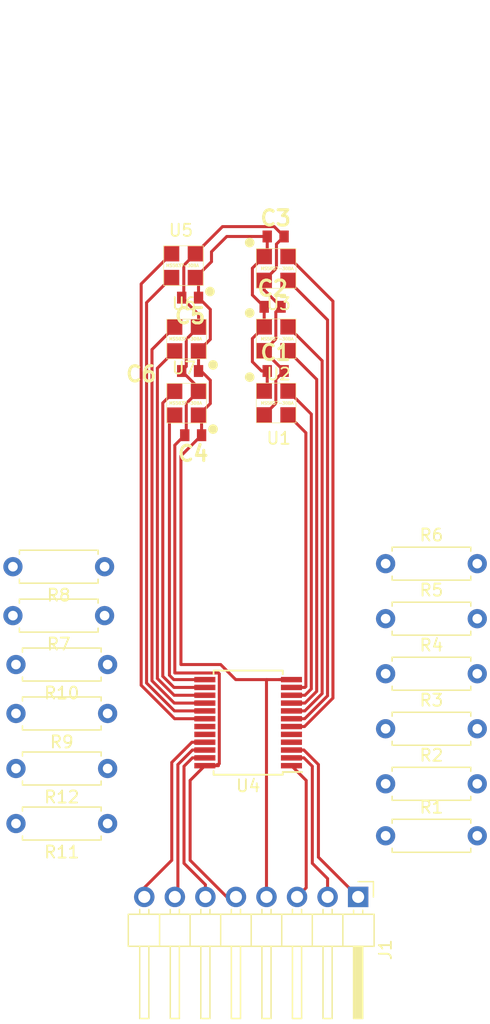
<source format=kicad_pcb>
(kicad_pcb (version 20171130) (host pcbnew "(5.1.12)-1")

  (general
    (thickness 1.6)
    (drawings 0)
    (tracks 156)
    (zones 0)
    (modules 26)
    (nets 25)
  )

  (page A4)
  (layers
    (0 F.Cu signal)
    (31 B.Cu signal)
    (32 B.Adhes user)
    (33 F.Adhes user)
    (34 B.Paste user)
    (35 F.Paste user)
    (36 B.SilkS user)
    (37 F.SilkS user)
    (38 B.Mask user)
    (39 F.Mask user)
    (40 Dwgs.User user)
    (41 Cmts.User user)
    (42 Eco1.User user)
    (43 Eco2.User user)
    (44 Edge.Cuts user)
    (45 Margin user)
    (46 B.CrtYd user)
    (47 F.CrtYd user)
    (48 B.Fab user)
    (49 F.Fab user)
  )

  (setup
    (last_trace_width 0.25)
    (trace_clearance 0.2)
    (zone_clearance 0.508)
    (zone_45_only no)
    (trace_min 0.2)
    (via_size 0.8)
    (via_drill 0.4)
    (via_min_size 0.4)
    (via_min_drill 0.3)
    (uvia_size 0.3)
    (uvia_drill 0.1)
    (uvias_allowed no)
    (uvia_min_size 0.2)
    (uvia_min_drill 0.1)
    (edge_width 0.05)
    (segment_width 0.2)
    (pcb_text_width 0.3)
    (pcb_text_size 1.5 1.5)
    (mod_edge_width 0.12)
    (mod_text_size 1 1)
    (mod_text_width 0.15)
    (pad_size 1.524 1.524)
    (pad_drill 0.762)
    (pad_to_mask_clearance 0)
    (aux_axis_origin 0 0)
    (visible_elements 7FFFFFFF)
    (pcbplotparams
      (layerselection 0x010fc_ffffffff)
      (usegerberextensions false)
      (usegerberattributes true)
      (usegerberadvancedattributes true)
      (creategerberjobfile true)
      (excludeedgelayer true)
      (linewidth 0.100000)
      (plotframeref false)
      (viasonmask false)
      (mode 1)
      (useauxorigin false)
      (hpglpennumber 1)
      (hpglpenspeed 20)
      (hpglpendiameter 15.000000)
      (psnegative false)
      (psa4output false)
      (plotreference true)
      (plotvalue true)
      (plotinvisibletext false)
      (padsonsilk false)
      (subtractmaskfromsilk false)
      (outputformat 1)
      (mirror false)
      (drillshape 1)
      (scaleselection 1)
      (outputdirectory ""))
  )

  (net 0 "")
  (net 1 "Net-(C1-Pad2)")
  (net 2 "Net-(C1-Pad1)")
  (net 3 "Net-(J1-Pad8)")
  (net 4 "Net-(J1-Pad7)")
  (net 5 "Net-(J1-Pad6)")
  (net 6 "Net-(J1-Pad3)")
  (net 7 "Net-(J1-Pad2)")
  (net 8 "Net-(J1-Pad1)")
  (net 9 "Net-(U4-Pad20)")
  (net 10 "Net-(U4-Pad19)")
  (net 11 "Net-(U4-Pad5)")
  (net 12 "Net-(U4-Pad4)")
  (net 13 "Net-(R1-Pad1)")
  (net 14 "Net-(R2-Pad1)")
  (net 15 "Net-(R3-Pad1)")
  (net 16 "Net-(R4-Pad1)")
  (net 17 "Net-(R5-Pad1)")
  (net 18 "Net-(R6-Pad1)")
  (net 19 "Net-(R7-Pad1)")
  (net 20 "Net-(R8-Pad1)")
  (net 21 "Net-(R9-Pad1)")
  (net 22 "Net-(R10-Pad1)")
  (net 23 "Net-(R11-Pad1)")
  (net 24 "Net-(R12-Pad1)")

  (net_class Default "This is the default net class."
    (clearance 0.2)
    (trace_width 0.25)
    (via_dia 0.8)
    (via_drill 0.4)
    (uvia_dia 0.3)
    (uvia_drill 0.1)
    (add_net "Net-(C1-Pad1)")
    (add_net "Net-(C1-Pad2)")
    (add_net "Net-(J1-Pad1)")
    (add_net "Net-(J1-Pad2)")
    (add_net "Net-(J1-Pad3)")
    (add_net "Net-(J1-Pad6)")
    (add_net "Net-(J1-Pad7)")
    (add_net "Net-(J1-Pad8)")
    (add_net "Net-(R1-Pad1)")
    (add_net "Net-(R10-Pad1)")
    (add_net "Net-(R11-Pad1)")
    (add_net "Net-(R12-Pad1)")
    (add_net "Net-(R2-Pad1)")
    (add_net "Net-(R3-Pad1)")
    (add_net "Net-(R4-Pad1)")
    (add_net "Net-(R5-Pad1)")
    (add_net "Net-(R6-Pad1)")
    (add_net "Net-(R7-Pad1)")
    (add_net "Net-(R8-Pad1)")
    (add_net "Net-(R9-Pad1)")
    (add_net "Net-(U4-Pad19)")
    (add_net "Net-(U4-Pad20)")
    (add_net "Net-(U4-Pad4)")
    (add_net "Net-(U4-Pad5)")
  )

  (module Resistor_THT:R_Axial_DIN0207_L6.3mm_D2.5mm_P7.62mm_Horizontal (layer F.Cu) (tedit 5AE5139B) (tstamp 619712C0)
    (at 141.986 104.394 180)
    (descr "Resistor, Axial_DIN0207 series, Axial, Horizontal, pin pitch=7.62mm, 0.25W = 1/4W, length*diameter=6.3*2.5mm^2, http://cdn-reichelt.de/documents/datenblatt/B400/1_4W%23YAG.pdf")
    (tags "Resistor Axial_DIN0207 series Axial Horizontal pin pitch 7.62mm 0.25W = 1/4W length 6.3mm diameter 2.5mm")
    (path /61C37EFA)
    (fp_text reference R12 (at 3.81 -2.37) (layer F.SilkS)
      (effects (font (size 1 1) (thickness 0.15)))
    )
    (fp_text value R (at 3.81 2.37) (layer F.Fab)
      (effects (font (size 1 1) (thickness 0.15)))
    )
    (fp_line (start 8.67 -1.5) (end -1.05 -1.5) (layer F.CrtYd) (width 0.05))
    (fp_line (start 8.67 1.5) (end 8.67 -1.5) (layer F.CrtYd) (width 0.05))
    (fp_line (start -1.05 1.5) (end 8.67 1.5) (layer F.CrtYd) (width 0.05))
    (fp_line (start -1.05 -1.5) (end -1.05 1.5) (layer F.CrtYd) (width 0.05))
    (fp_line (start 7.08 1.37) (end 7.08 1.04) (layer F.SilkS) (width 0.12))
    (fp_line (start 0.54 1.37) (end 7.08 1.37) (layer F.SilkS) (width 0.12))
    (fp_line (start 0.54 1.04) (end 0.54 1.37) (layer F.SilkS) (width 0.12))
    (fp_line (start 7.08 -1.37) (end 7.08 -1.04) (layer F.SilkS) (width 0.12))
    (fp_line (start 0.54 -1.37) (end 7.08 -1.37) (layer F.SilkS) (width 0.12))
    (fp_line (start 0.54 -1.04) (end 0.54 -1.37) (layer F.SilkS) (width 0.12))
    (fp_line (start 7.62 0) (end 6.96 0) (layer F.Fab) (width 0.1))
    (fp_line (start 0 0) (end 0.66 0) (layer F.Fab) (width 0.1))
    (fp_line (start 6.96 -1.25) (end 0.66 -1.25) (layer F.Fab) (width 0.1))
    (fp_line (start 6.96 1.25) (end 6.96 -1.25) (layer F.Fab) (width 0.1))
    (fp_line (start 0.66 1.25) (end 6.96 1.25) (layer F.Fab) (width 0.1))
    (fp_line (start 0.66 -1.25) (end 0.66 1.25) (layer F.Fab) (width 0.1))
    (fp_text user %R (at 3.81 0) (layer F.Fab)
      (effects (font (size 1 1) (thickness 0.15)))
    )
    (pad 2 thru_hole oval (at 7.62 0 180) (size 1.6 1.6) (drill 0.8) (layers *.Cu *.Mask)
      (net 1 "Net-(C1-Pad2)"))
    (pad 1 thru_hole circle (at 0 0 180) (size 1.6 1.6) (drill 0.8) (layers *.Cu *.Mask)
      (net 24 "Net-(R12-Pad1)"))
    (model ${KISYS3DMOD}/Resistor_THT.3dshapes/R_Axial_DIN0207_L6.3mm_D2.5mm_P7.62mm_Horizontal.wrl
      (at (xyz 0 0 0))
      (scale (xyz 1 1 1))
      (rotate (xyz 0 0 0))
    )
  )

  (module Resistor_THT:R_Axial_DIN0207_L6.3mm_D2.5mm_P7.62mm_Horizontal (layer F.Cu) (tedit 5AE5139B) (tstamp 619712B1)
    (at 141.986 108.966 180)
    (descr "Resistor, Axial_DIN0207 series, Axial, Horizontal, pin pitch=7.62mm, 0.25W = 1/4W, length*diameter=6.3*2.5mm^2, http://cdn-reichelt.de/documents/datenblatt/B400/1_4W%23YAG.pdf")
    (tags "Resistor Axial_DIN0207 series Axial Horizontal pin pitch 7.62mm 0.25W = 1/4W length 6.3mm diameter 2.5mm")
    (path /61C37EF4)
    (fp_text reference R11 (at 3.81 -2.37) (layer F.SilkS)
      (effects (font (size 1 1) (thickness 0.15)))
    )
    (fp_text value R (at 3.81 2.37) (layer F.Fab)
      (effects (font (size 1 1) (thickness 0.15)))
    )
    (fp_line (start 8.67 -1.5) (end -1.05 -1.5) (layer F.CrtYd) (width 0.05))
    (fp_line (start 8.67 1.5) (end 8.67 -1.5) (layer F.CrtYd) (width 0.05))
    (fp_line (start -1.05 1.5) (end 8.67 1.5) (layer F.CrtYd) (width 0.05))
    (fp_line (start -1.05 -1.5) (end -1.05 1.5) (layer F.CrtYd) (width 0.05))
    (fp_line (start 7.08 1.37) (end 7.08 1.04) (layer F.SilkS) (width 0.12))
    (fp_line (start 0.54 1.37) (end 7.08 1.37) (layer F.SilkS) (width 0.12))
    (fp_line (start 0.54 1.04) (end 0.54 1.37) (layer F.SilkS) (width 0.12))
    (fp_line (start 7.08 -1.37) (end 7.08 -1.04) (layer F.SilkS) (width 0.12))
    (fp_line (start 0.54 -1.37) (end 7.08 -1.37) (layer F.SilkS) (width 0.12))
    (fp_line (start 0.54 -1.04) (end 0.54 -1.37) (layer F.SilkS) (width 0.12))
    (fp_line (start 7.62 0) (end 6.96 0) (layer F.Fab) (width 0.1))
    (fp_line (start 0 0) (end 0.66 0) (layer F.Fab) (width 0.1))
    (fp_line (start 6.96 -1.25) (end 0.66 -1.25) (layer F.Fab) (width 0.1))
    (fp_line (start 6.96 1.25) (end 6.96 -1.25) (layer F.Fab) (width 0.1))
    (fp_line (start 0.66 1.25) (end 6.96 1.25) (layer F.Fab) (width 0.1))
    (fp_line (start 0.66 -1.25) (end 0.66 1.25) (layer F.Fab) (width 0.1))
    (fp_text user %R (at 3.81 0) (layer F.Fab)
      (effects (font (size 1 1) (thickness 0.15)))
    )
    (pad 2 thru_hole oval (at 7.62 0 180) (size 1.6 1.6) (drill 0.8) (layers *.Cu *.Mask)
      (net 1 "Net-(C1-Pad2)"))
    (pad 1 thru_hole circle (at 0 0 180) (size 1.6 1.6) (drill 0.8) (layers *.Cu *.Mask)
      (net 23 "Net-(R11-Pad1)"))
    (model ${KISYS3DMOD}/Resistor_THT.3dshapes/R_Axial_DIN0207_L6.3mm_D2.5mm_P7.62mm_Horizontal.wrl
      (at (xyz 0 0 0))
      (scale (xyz 1 1 1))
      (rotate (xyz 0 0 0))
    )
  )

  (module Resistor_THT:R_Axial_DIN0207_L6.3mm_D2.5mm_P7.62mm_Horizontal (layer F.Cu) (tedit 5AE5139B) (tstamp 619712A2)
    (at 141.986 95.758 180)
    (descr "Resistor, Axial_DIN0207 series, Axial, Horizontal, pin pitch=7.62mm, 0.25W = 1/4W, length*diameter=6.3*2.5mm^2, http://cdn-reichelt.de/documents/datenblatt/B400/1_4W%23YAG.pdf")
    (tags "Resistor Axial_DIN0207 series Axial Horizontal pin pitch 7.62mm 0.25W = 1/4W length 6.3mm diameter 2.5mm")
    (path /61C30DAE)
    (fp_text reference R10 (at 3.81 -2.37) (layer F.SilkS)
      (effects (font (size 1 1) (thickness 0.15)))
    )
    (fp_text value R (at 3.81 2.37) (layer F.Fab)
      (effects (font (size 1 1) (thickness 0.15)))
    )
    (fp_line (start 8.67 -1.5) (end -1.05 -1.5) (layer F.CrtYd) (width 0.05))
    (fp_line (start 8.67 1.5) (end 8.67 -1.5) (layer F.CrtYd) (width 0.05))
    (fp_line (start -1.05 1.5) (end 8.67 1.5) (layer F.CrtYd) (width 0.05))
    (fp_line (start -1.05 -1.5) (end -1.05 1.5) (layer F.CrtYd) (width 0.05))
    (fp_line (start 7.08 1.37) (end 7.08 1.04) (layer F.SilkS) (width 0.12))
    (fp_line (start 0.54 1.37) (end 7.08 1.37) (layer F.SilkS) (width 0.12))
    (fp_line (start 0.54 1.04) (end 0.54 1.37) (layer F.SilkS) (width 0.12))
    (fp_line (start 7.08 -1.37) (end 7.08 -1.04) (layer F.SilkS) (width 0.12))
    (fp_line (start 0.54 -1.37) (end 7.08 -1.37) (layer F.SilkS) (width 0.12))
    (fp_line (start 0.54 -1.04) (end 0.54 -1.37) (layer F.SilkS) (width 0.12))
    (fp_line (start 7.62 0) (end 6.96 0) (layer F.Fab) (width 0.1))
    (fp_line (start 0 0) (end 0.66 0) (layer F.Fab) (width 0.1))
    (fp_line (start 6.96 -1.25) (end 0.66 -1.25) (layer F.Fab) (width 0.1))
    (fp_line (start 6.96 1.25) (end 6.96 -1.25) (layer F.Fab) (width 0.1))
    (fp_line (start 0.66 1.25) (end 6.96 1.25) (layer F.Fab) (width 0.1))
    (fp_line (start 0.66 -1.25) (end 0.66 1.25) (layer F.Fab) (width 0.1))
    (fp_text user %R (at 4.826 0) (layer F.Fab)
      (effects (font (size 1 1) (thickness 0.15)))
    )
    (pad 2 thru_hole oval (at 7.62 0 180) (size 1.6 1.6) (drill 0.8) (layers *.Cu *.Mask)
      (net 1 "Net-(C1-Pad2)"))
    (pad 1 thru_hole circle (at 0 0 180) (size 1.6 1.6) (drill 0.8) (layers *.Cu *.Mask)
      (net 22 "Net-(R10-Pad1)"))
    (model ${KISYS3DMOD}/Resistor_THT.3dshapes/R_Axial_DIN0207_L6.3mm_D2.5mm_P7.62mm_Horizontal.wrl
      (at (xyz 0 0 0))
      (scale (xyz 1 1 1))
      (rotate (xyz 0 0 0))
    )
  )

  (module Resistor_THT:R_Axial_DIN0207_L6.3mm_D2.5mm_P7.62mm_Horizontal (layer F.Cu) (tedit 5AE5139B) (tstamp 61971293)
    (at 141.986 99.822 180)
    (descr "Resistor, Axial_DIN0207 series, Axial, Horizontal, pin pitch=7.62mm, 0.25W = 1/4W, length*diameter=6.3*2.5mm^2, http://cdn-reichelt.de/documents/datenblatt/B400/1_4W%23YAG.pdf")
    (tags "Resistor Axial_DIN0207 series Axial Horizontal pin pitch 7.62mm 0.25W = 1/4W length 6.3mm diameter 2.5mm")
    (path /61C30DA8)
    (fp_text reference R9 (at 3.81 -2.37) (layer F.SilkS)
      (effects (font (size 1 1) (thickness 0.15)))
    )
    (fp_text value R (at 3.81 2.37) (layer F.Fab)
      (effects (font (size 1 1) (thickness 0.15)))
    )
    (fp_line (start 8.67 -1.5) (end -1.05 -1.5) (layer F.CrtYd) (width 0.05))
    (fp_line (start 8.67 1.5) (end 8.67 -1.5) (layer F.CrtYd) (width 0.05))
    (fp_line (start -1.05 1.5) (end 8.67 1.5) (layer F.CrtYd) (width 0.05))
    (fp_line (start -1.05 -1.5) (end -1.05 1.5) (layer F.CrtYd) (width 0.05))
    (fp_line (start 7.08 1.37) (end 7.08 1.04) (layer F.SilkS) (width 0.12))
    (fp_line (start 0.54 1.37) (end 7.08 1.37) (layer F.SilkS) (width 0.12))
    (fp_line (start 0.54 1.04) (end 0.54 1.37) (layer F.SilkS) (width 0.12))
    (fp_line (start 7.08 -1.37) (end 7.08 -1.04) (layer F.SilkS) (width 0.12))
    (fp_line (start 0.54 -1.37) (end 7.08 -1.37) (layer F.SilkS) (width 0.12))
    (fp_line (start 0.54 -1.04) (end 0.54 -1.37) (layer F.SilkS) (width 0.12))
    (fp_line (start 7.62 0) (end 6.96 0) (layer F.Fab) (width 0.1))
    (fp_line (start 0 0) (end 0.66 0) (layer F.Fab) (width 0.1))
    (fp_line (start 6.96 -1.25) (end 0.66 -1.25) (layer F.Fab) (width 0.1))
    (fp_line (start 6.96 1.25) (end 6.96 -1.25) (layer F.Fab) (width 0.1))
    (fp_line (start 0.66 1.25) (end 6.96 1.25) (layer F.Fab) (width 0.1))
    (fp_line (start 0.66 -1.25) (end 0.66 1.25) (layer F.Fab) (width 0.1))
    (fp_text user %R (at 3.81 0) (layer F.Fab)
      (effects (font (size 1 1) (thickness 0.15)))
    )
    (pad 2 thru_hole oval (at 7.62 0 180) (size 1.6 1.6) (drill 0.8) (layers *.Cu *.Mask)
      (net 1 "Net-(C1-Pad2)"))
    (pad 1 thru_hole circle (at 0 0 180) (size 1.6 1.6) (drill 0.8) (layers *.Cu *.Mask)
      (net 21 "Net-(R9-Pad1)"))
    (model ${KISYS3DMOD}/Resistor_THT.3dshapes/R_Axial_DIN0207_L6.3mm_D2.5mm_P7.62mm_Horizontal.wrl
      (at (xyz 0 0 0))
      (scale (xyz 1 1 1))
      (rotate (xyz 0 0 0))
    )
  )

  (module Resistor_THT:R_Axial_DIN0207_L6.3mm_D2.5mm_P7.62mm_Horizontal (layer F.Cu) (tedit 5AE5139B) (tstamp 61971284)
    (at 141.732 87.63 180)
    (descr "Resistor, Axial_DIN0207 series, Axial, Horizontal, pin pitch=7.62mm, 0.25W = 1/4W, length*diameter=6.3*2.5mm^2, http://cdn-reichelt.de/documents/datenblatt/B400/1_4W%23YAG.pdf")
    (tags "Resistor Axial_DIN0207 series Axial Horizontal pin pitch 7.62mm 0.25W = 1/4W length 6.3mm diameter 2.5mm")
    (path /61C2E086)
    (fp_text reference R8 (at 3.81 -2.37) (layer F.SilkS)
      (effects (font (size 1 1) (thickness 0.15)))
    )
    (fp_text value R (at 3.81 2.37) (layer F.Fab)
      (effects (font (size 1 1) (thickness 0.15)))
    )
    (fp_line (start 8.67 -1.5) (end -1.05 -1.5) (layer F.CrtYd) (width 0.05))
    (fp_line (start 8.67 1.5) (end 8.67 -1.5) (layer F.CrtYd) (width 0.05))
    (fp_line (start -1.05 1.5) (end 8.67 1.5) (layer F.CrtYd) (width 0.05))
    (fp_line (start -1.05 -1.5) (end -1.05 1.5) (layer F.CrtYd) (width 0.05))
    (fp_line (start 7.08 1.37) (end 7.08 1.04) (layer F.SilkS) (width 0.12))
    (fp_line (start 0.54 1.37) (end 7.08 1.37) (layer F.SilkS) (width 0.12))
    (fp_line (start 0.54 1.04) (end 0.54 1.37) (layer F.SilkS) (width 0.12))
    (fp_line (start 7.08 -1.37) (end 7.08 -1.04) (layer F.SilkS) (width 0.12))
    (fp_line (start 0.54 -1.37) (end 7.08 -1.37) (layer F.SilkS) (width 0.12))
    (fp_line (start 0.54 -1.04) (end 0.54 -1.37) (layer F.SilkS) (width 0.12))
    (fp_line (start 7.62 0) (end 6.96 0) (layer F.Fab) (width 0.1))
    (fp_line (start 0 0) (end 0.66 0) (layer F.Fab) (width 0.1))
    (fp_line (start 6.96 -1.25) (end 0.66 -1.25) (layer F.Fab) (width 0.1))
    (fp_line (start 6.96 1.25) (end 6.96 -1.25) (layer F.Fab) (width 0.1))
    (fp_line (start 0.66 1.25) (end 6.96 1.25) (layer F.Fab) (width 0.1))
    (fp_line (start 0.66 -1.25) (end 0.66 1.25) (layer F.Fab) (width 0.1))
    (fp_text user %R (at 3.81 0) (layer F.Fab)
      (effects (font (size 1 1) (thickness 0.15)))
    )
    (pad 2 thru_hole oval (at 7.62 0 180) (size 1.6 1.6) (drill 0.8) (layers *.Cu *.Mask)
      (net 1 "Net-(C1-Pad2)"))
    (pad 1 thru_hole circle (at 0 0 180) (size 1.6 1.6) (drill 0.8) (layers *.Cu *.Mask)
      (net 20 "Net-(R8-Pad1)"))
    (model ${KISYS3DMOD}/Resistor_THT.3dshapes/R_Axial_DIN0207_L6.3mm_D2.5mm_P7.62mm_Horizontal.wrl
      (at (xyz 0 0 0))
      (scale (xyz 1 1 1))
      (rotate (xyz 0 0 0))
    )
  )

  (module Resistor_THT:R_Axial_DIN0207_L6.3mm_D2.5mm_P7.62mm_Horizontal (layer F.Cu) (tedit 5AE5139B) (tstamp 61971275)
    (at 141.732 91.694 180)
    (descr "Resistor, Axial_DIN0207 series, Axial, Horizontal, pin pitch=7.62mm, 0.25W = 1/4W, length*diameter=6.3*2.5mm^2, http://cdn-reichelt.de/documents/datenblatt/B400/1_4W%23YAG.pdf")
    (tags "Resistor Axial_DIN0207 series Axial Horizontal pin pitch 7.62mm 0.25W = 1/4W length 6.3mm diameter 2.5mm")
    (path /61C2CCF4)
    (fp_text reference R7 (at 3.81 -2.37) (layer F.SilkS)
      (effects (font (size 1 1) (thickness 0.15)))
    )
    (fp_text value R (at 3.81 2.37) (layer F.Fab)
      (effects (font (size 1 1) (thickness 0.15)))
    )
    (fp_line (start 8.67 -1.5) (end -1.05 -1.5) (layer F.CrtYd) (width 0.05))
    (fp_line (start 8.67 1.5) (end 8.67 -1.5) (layer F.CrtYd) (width 0.05))
    (fp_line (start -1.05 1.5) (end 8.67 1.5) (layer F.CrtYd) (width 0.05))
    (fp_line (start -1.05 -1.5) (end -1.05 1.5) (layer F.CrtYd) (width 0.05))
    (fp_line (start 7.08 1.37) (end 7.08 1.04) (layer F.SilkS) (width 0.12))
    (fp_line (start 0.54 1.37) (end 7.08 1.37) (layer F.SilkS) (width 0.12))
    (fp_line (start 0.54 1.04) (end 0.54 1.37) (layer F.SilkS) (width 0.12))
    (fp_line (start 7.08 -1.37) (end 7.08 -1.04) (layer F.SilkS) (width 0.12))
    (fp_line (start 0.54 -1.37) (end 7.08 -1.37) (layer F.SilkS) (width 0.12))
    (fp_line (start 0.54 -1.04) (end 0.54 -1.37) (layer F.SilkS) (width 0.12))
    (fp_line (start 7.62 0) (end 6.96 0) (layer F.Fab) (width 0.1))
    (fp_line (start 0 0) (end 0.66 0) (layer F.Fab) (width 0.1))
    (fp_line (start 6.96 -1.25) (end 0.66 -1.25) (layer F.Fab) (width 0.1))
    (fp_line (start 6.96 1.25) (end 6.96 -1.25) (layer F.Fab) (width 0.1))
    (fp_line (start 0.66 1.25) (end 6.96 1.25) (layer F.Fab) (width 0.1))
    (fp_line (start 0.66 -1.25) (end 0.66 1.25) (layer F.Fab) (width 0.1))
    (fp_text user %R (at 3.81 0) (layer F.Fab)
      (effects (font (size 1 1) (thickness 0.15)))
    )
    (pad 2 thru_hole oval (at 7.62 0 180) (size 1.6 1.6) (drill 0.8) (layers *.Cu *.Mask)
      (net 1 "Net-(C1-Pad2)"))
    (pad 1 thru_hole circle (at 0 0 180) (size 1.6 1.6) (drill 0.8) (layers *.Cu *.Mask)
      (net 19 "Net-(R7-Pad1)"))
    (model ${KISYS3DMOD}/Resistor_THT.3dshapes/R_Axial_DIN0207_L6.3mm_D2.5mm_P7.62mm_Horizontal.wrl
      (at (xyz 0 0 0))
      (scale (xyz 1 1 1))
      (rotate (xyz 0 0 0))
    )
  )

  (module Resistor_THT:R_Axial_DIN0207_L6.3mm_D2.5mm_P7.62mm_Horizontal (layer F.Cu) (tedit 5AE5139B) (tstamp 61971266)
    (at 165.1 87.376)
    (descr "Resistor, Axial_DIN0207 series, Axial, Horizontal, pin pitch=7.62mm, 0.25W = 1/4W, length*diameter=6.3*2.5mm^2, http://cdn-reichelt.de/documents/datenblatt/B400/1_4W%23YAG.pdf")
    (tags "Resistor Axial_DIN0207 series Axial Horizontal pin pitch 7.62mm 0.25W = 1/4W length 6.3mm diameter 2.5mm")
    (path /61BBD55B)
    (fp_text reference R6 (at 3.81 -2.37) (layer F.SilkS)
      (effects (font (size 1 1) (thickness 0.15)))
    )
    (fp_text value R (at 3.81 2.37) (layer F.Fab)
      (effects (font (size 1 1) (thickness 0.15)))
    )
    (fp_line (start 0.66 -1.25) (end 0.66 1.25) (layer F.Fab) (width 0.1))
    (fp_line (start 0.66 1.25) (end 6.96 1.25) (layer F.Fab) (width 0.1))
    (fp_line (start 6.96 1.25) (end 6.96 -1.25) (layer F.Fab) (width 0.1))
    (fp_line (start 6.96 -1.25) (end 0.66 -1.25) (layer F.Fab) (width 0.1))
    (fp_line (start 0 0) (end 0.66 0) (layer F.Fab) (width 0.1))
    (fp_line (start 7.62 0) (end 6.96 0) (layer F.Fab) (width 0.1))
    (fp_line (start 0.54 -1.04) (end 0.54 -1.37) (layer F.SilkS) (width 0.12))
    (fp_line (start 0.54 -1.37) (end 7.08 -1.37) (layer F.SilkS) (width 0.12))
    (fp_line (start 7.08 -1.37) (end 7.08 -1.04) (layer F.SilkS) (width 0.12))
    (fp_line (start 0.54 1.04) (end 0.54 1.37) (layer F.SilkS) (width 0.12))
    (fp_line (start 0.54 1.37) (end 7.08 1.37) (layer F.SilkS) (width 0.12))
    (fp_line (start 7.08 1.37) (end 7.08 1.04) (layer F.SilkS) (width 0.12))
    (fp_line (start -1.05 -1.5) (end -1.05 1.5) (layer F.CrtYd) (width 0.05))
    (fp_line (start -1.05 1.5) (end 8.67 1.5) (layer F.CrtYd) (width 0.05))
    (fp_line (start 8.67 1.5) (end 8.67 -1.5) (layer F.CrtYd) (width 0.05))
    (fp_line (start 8.67 -1.5) (end -1.05 -1.5) (layer F.CrtYd) (width 0.05))
    (fp_text user %R (at 3.556 0) (layer F.Fab)
      (effects (font (size 1 1) (thickness 0.15)))
    )
    (pad 1 thru_hole circle (at 0 0) (size 1.6 1.6) (drill 0.8) (layers *.Cu *.Mask)
      (net 18 "Net-(R6-Pad1)"))
    (pad 2 thru_hole oval (at 7.62 0) (size 1.6 1.6) (drill 0.8) (layers *.Cu *.Mask)
      (net 1 "Net-(C1-Pad2)"))
    (model ${KISYS3DMOD}/Resistor_THT.3dshapes/R_Axial_DIN0207_L6.3mm_D2.5mm_P7.62mm_Horizontal.wrl
      (at (xyz 0 0 0))
      (scale (xyz 1 1 1))
      (rotate (xyz 0 0 0))
    )
  )

  (module Resistor_THT:R_Axial_DIN0207_L6.3mm_D2.5mm_P7.62mm_Horizontal (layer F.Cu) (tedit 5AE5139B) (tstamp 61971257)
    (at 165.1 91.948)
    (descr "Resistor, Axial_DIN0207 series, Axial, Horizontal, pin pitch=7.62mm, 0.25W = 1/4W, length*diameter=6.3*2.5mm^2, http://cdn-reichelt.de/documents/datenblatt/B400/1_4W%23YAG.pdf")
    (tags "Resistor Axial_DIN0207 series Axial Horizontal pin pitch 7.62mm 0.25W = 1/4W length 6.3mm diameter 2.5mm")
    (path /61BBDAEA)
    (fp_text reference R5 (at 3.81 -2.37) (layer F.SilkS)
      (effects (font (size 1 1) (thickness 0.15)))
    )
    (fp_text value R (at 3.81 2.37) (layer F.Fab)
      (effects (font (size 1 1) (thickness 0.15)))
    )
    (fp_line (start 0.66 -1.25) (end 0.66 1.25) (layer F.Fab) (width 0.1))
    (fp_line (start 0.66 1.25) (end 6.96 1.25) (layer F.Fab) (width 0.1))
    (fp_line (start 6.96 1.25) (end 6.96 -1.25) (layer F.Fab) (width 0.1))
    (fp_line (start 6.96 -1.25) (end 0.66 -1.25) (layer F.Fab) (width 0.1))
    (fp_line (start 0 0) (end 0.66 0) (layer F.Fab) (width 0.1))
    (fp_line (start 7.62 0) (end 6.96 0) (layer F.Fab) (width 0.1))
    (fp_line (start 0.54 -1.04) (end 0.54 -1.37) (layer F.SilkS) (width 0.12))
    (fp_line (start 0.54 -1.37) (end 7.08 -1.37) (layer F.SilkS) (width 0.12))
    (fp_line (start 7.08 -1.37) (end 7.08 -1.04) (layer F.SilkS) (width 0.12))
    (fp_line (start 0.54 1.04) (end 0.54 1.37) (layer F.SilkS) (width 0.12))
    (fp_line (start 0.54 1.37) (end 7.08 1.37) (layer F.SilkS) (width 0.12))
    (fp_line (start 7.08 1.37) (end 7.08 1.04) (layer F.SilkS) (width 0.12))
    (fp_line (start -1.05 -1.5) (end -1.05 1.5) (layer F.CrtYd) (width 0.05))
    (fp_line (start -1.05 1.5) (end 8.67 1.5) (layer F.CrtYd) (width 0.05))
    (fp_line (start 8.67 1.5) (end 8.67 -1.5) (layer F.CrtYd) (width 0.05))
    (fp_line (start 8.67 -1.5) (end -1.05 -1.5) (layer F.CrtYd) (width 0.05))
    (fp_text user %R (at 3.81 0) (layer F.Fab)
      (effects (font (size 1 1) (thickness 0.15)))
    )
    (pad 1 thru_hole circle (at 0 0) (size 1.6 1.6) (drill 0.8) (layers *.Cu *.Mask)
      (net 17 "Net-(R5-Pad1)"))
    (pad 2 thru_hole oval (at 7.62 0) (size 1.6 1.6) (drill 0.8) (layers *.Cu *.Mask)
      (net 1 "Net-(C1-Pad2)"))
    (model ${KISYS3DMOD}/Resistor_THT.3dshapes/R_Axial_DIN0207_L6.3mm_D2.5mm_P7.62mm_Horizontal.wrl
      (at (xyz 0 0 0))
      (scale (xyz 1 1 1))
      (rotate (xyz 0 0 0))
    )
  )

  (module Resistor_THT:R_Axial_DIN0207_L6.3mm_D2.5mm_P7.62mm_Horizontal (layer F.Cu) (tedit 5AE5139B) (tstamp 61971248)
    (at 165.1 96.52)
    (descr "Resistor, Axial_DIN0207 series, Axial, Horizontal, pin pitch=7.62mm, 0.25W = 1/4W, length*diameter=6.3*2.5mm^2, http://cdn-reichelt.de/documents/datenblatt/B400/1_4W%23YAG.pdf")
    (tags "Resistor Axial_DIN0207 series Axial Horizontal pin pitch 7.62mm 0.25W = 1/4W length 6.3mm diameter 2.5mm")
    (path /61BBC7DF)
    (fp_text reference R4 (at 3.81 -2.37) (layer F.SilkS)
      (effects (font (size 1 1) (thickness 0.15)))
    )
    (fp_text value R (at 3.81 2.37) (layer F.Fab)
      (effects (font (size 1 1) (thickness 0.15)))
    )
    (fp_line (start 8.67 -1.5) (end -1.05 -1.5) (layer F.CrtYd) (width 0.05))
    (fp_line (start 8.67 1.5) (end 8.67 -1.5) (layer F.CrtYd) (width 0.05))
    (fp_line (start -1.05 1.5) (end 8.67 1.5) (layer F.CrtYd) (width 0.05))
    (fp_line (start -1.05 -1.5) (end -1.05 1.5) (layer F.CrtYd) (width 0.05))
    (fp_line (start 7.08 1.37) (end 7.08 1.04) (layer F.SilkS) (width 0.12))
    (fp_line (start 0.54 1.37) (end 7.08 1.37) (layer F.SilkS) (width 0.12))
    (fp_line (start 0.54 1.04) (end 0.54 1.37) (layer F.SilkS) (width 0.12))
    (fp_line (start 7.08 -1.37) (end 7.08 -1.04) (layer F.SilkS) (width 0.12))
    (fp_line (start 0.54 -1.37) (end 7.08 -1.37) (layer F.SilkS) (width 0.12))
    (fp_line (start 0.54 -1.04) (end 0.54 -1.37) (layer F.SilkS) (width 0.12))
    (fp_line (start 7.62 0) (end 6.96 0) (layer F.Fab) (width 0.1))
    (fp_line (start 0 0) (end 0.66 0) (layer F.Fab) (width 0.1))
    (fp_line (start 6.96 -1.25) (end 0.66 -1.25) (layer F.Fab) (width 0.1))
    (fp_line (start 6.96 1.25) (end 6.96 -1.25) (layer F.Fab) (width 0.1))
    (fp_line (start 0.66 1.25) (end 6.96 1.25) (layer F.Fab) (width 0.1))
    (fp_line (start 0.66 -1.25) (end 0.66 1.25) (layer F.Fab) (width 0.1))
    (fp_text user %R (at 3.81 0) (layer F.Fab)
      (effects (font (size 1 1) (thickness 0.15)))
    )
    (pad 2 thru_hole oval (at 7.62 0) (size 1.6 1.6) (drill 0.8) (layers *.Cu *.Mask)
      (net 1 "Net-(C1-Pad2)"))
    (pad 1 thru_hole circle (at 0 0) (size 1.6 1.6) (drill 0.8) (layers *.Cu *.Mask)
      (net 16 "Net-(R4-Pad1)"))
    (model ${KISYS3DMOD}/Resistor_THT.3dshapes/R_Axial_DIN0207_L6.3mm_D2.5mm_P7.62mm_Horizontal.wrl
      (at (xyz 0 0 0))
      (scale (xyz 1 1 1))
      (rotate (xyz 0 0 0))
    )
  )

  (module Resistor_THT:R_Axial_DIN0207_L6.3mm_D2.5mm_P7.62mm_Horizontal (layer F.Cu) (tedit 5AE5139B) (tstamp 61971239)
    (at 165.1 101.092)
    (descr "Resistor, Axial_DIN0207 series, Axial, Horizontal, pin pitch=7.62mm, 0.25W = 1/4W, length*diameter=6.3*2.5mm^2, http://cdn-reichelt.de/documents/datenblatt/B400/1_4W%23YAG.pdf")
    (tags "Resistor Axial_DIN0207 series Axial Horizontal pin pitch 7.62mm 0.25W = 1/4W length 6.3mm diameter 2.5mm")
    (path /61BBADA9)
    (fp_text reference R3 (at 3.81 -2.37) (layer F.SilkS)
      (effects (font (size 1 1) (thickness 0.15)))
    )
    (fp_text value R (at 3.81 2.37) (layer F.Fab)
      (effects (font (size 1 1) (thickness 0.15)))
    )
    (fp_line (start 8.67 -1.5) (end -1.05 -1.5) (layer F.CrtYd) (width 0.05))
    (fp_line (start 8.67 1.5) (end 8.67 -1.5) (layer F.CrtYd) (width 0.05))
    (fp_line (start -1.05 1.5) (end 8.67 1.5) (layer F.CrtYd) (width 0.05))
    (fp_line (start -1.05 -1.5) (end -1.05 1.5) (layer F.CrtYd) (width 0.05))
    (fp_line (start 7.08 1.37) (end 7.08 1.04) (layer F.SilkS) (width 0.12))
    (fp_line (start 0.54 1.37) (end 7.08 1.37) (layer F.SilkS) (width 0.12))
    (fp_line (start 0.54 1.04) (end 0.54 1.37) (layer F.SilkS) (width 0.12))
    (fp_line (start 7.08 -1.37) (end 7.08 -1.04) (layer F.SilkS) (width 0.12))
    (fp_line (start 0.54 -1.37) (end 7.08 -1.37) (layer F.SilkS) (width 0.12))
    (fp_line (start 0.54 -1.04) (end 0.54 -1.37) (layer F.SilkS) (width 0.12))
    (fp_line (start 7.62 0) (end 6.96 0) (layer F.Fab) (width 0.1))
    (fp_line (start 0 0) (end 0.66 0) (layer F.Fab) (width 0.1))
    (fp_line (start 6.96 -1.25) (end 0.66 -1.25) (layer F.Fab) (width 0.1))
    (fp_line (start 6.96 1.25) (end 6.96 -1.25) (layer F.Fab) (width 0.1))
    (fp_line (start 0.66 1.25) (end 6.96 1.25) (layer F.Fab) (width 0.1))
    (fp_line (start 0.66 -1.25) (end 0.66 1.25) (layer F.Fab) (width 0.1))
    (fp_text user %R (at 3.81 0) (layer F.Fab)
      (effects (font (size 1 1) (thickness 0.15)))
    )
    (pad 2 thru_hole oval (at 7.62 0) (size 1.6 1.6) (drill 0.8) (layers *.Cu *.Mask)
      (net 1 "Net-(C1-Pad2)"))
    (pad 1 thru_hole circle (at 0 0) (size 1.6 1.6) (drill 0.8) (layers *.Cu *.Mask)
      (net 15 "Net-(R3-Pad1)"))
    (model ${KISYS3DMOD}/Resistor_THT.3dshapes/R_Axial_DIN0207_L6.3mm_D2.5mm_P7.62mm_Horizontal.wrl
      (at (xyz 0 0 0))
      (scale (xyz 1 1 1))
      (rotate (xyz 0 0 0))
    )
  )

  (module Resistor_THT:R_Axial_DIN0207_L6.3mm_D2.5mm_P7.62mm_Horizontal (layer F.Cu) (tedit 5AE5139B) (tstamp 6197122A)
    (at 165.1 105.664)
    (descr "Resistor, Axial_DIN0207 series, Axial, Horizontal, pin pitch=7.62mm, 0.25W = 1/4W, length*diameter=6.3*2.5mm^2, http://cdn-reichelt.de/documents/datenblatt/B400/1_4W%23YAG.pdf")
    (tags "Resistor Axial_DIN0207 series Axial Horizontal pin pitch 7.62mm 0.25W = 1/4W length 6.3mm diameter 2.5mm")
    (path /61BADD2E)
    (fp_text reference R2 (at 3.81 -2.37) (layer F.SilkS)
      (effects (font (size 1 1) (thickness 0.15)))
    )
    (fp_text value R (at 3.81 2.37) (layer F.Fab)
      (effects (font (size 1 1) (thickness 0.15)))
    )
    (fp_line (start 8.67 -1.5) (end -1.05 -1.5) (layer F.CrtYd) (width 0.05))
    (fp_line (start 8.67 1.5) (end 8.67 -1.5) (layer F.CrtYd) (width 0.05))
    (fp_line (start -1.05 1.5) (end 8.67 1.5) (layer F.CrtYd) (width 0.05))
    (fp_line (start -1.05 -1.5) (end -1.05 1.5) (layer F.CrtYd) (width 0.05))
    (fp_line (start 7.08 1.37) (end 7.08 1.04) (layer F.SilkS) (width 0.12))
    (fp_line (start 0.54 1.37) (end 7.08 1.37) (layer F.SilkS) (width 0.12))
    (fp_line (start 0.54 1.04) (end 0.54 1.37) (layer F.SilkS) (width 0.12))
    (fp_line (start 7.08 -1.37) (end 7.08 -1.04) (layer F.SilkS) (width 0.12))
    (fp_line (start 0.54 -1.37) (end 7.08 -1.37) (layer F.SilkS) (width 0.12))
    (fp_line (start 0.54 -1.04) (end 0.54 -1.37) (layer F.SilkS) (width 0.12))
    (fp_line (start 7.62 0) (end 6.96 0) (layer F.Fab) (width 0.1))
    (fp_line (start 0 0) (end 0.66 0) (layer F.Fab) (width 0.1))
    (fp_line (start 6.96 -1.25) (end 0.66 -1.25) (layer F.Fab) (width 0.1))
    (fp_line (start 6.96 1.25) (end 6.96 -1.25) (layer F.Fab) (width 0.1))
    (fp_line (start 0.66 1.25) (end 6.96 1.25) (layer F.Fab) (width 0.1))
    (fp_line (start 0.66 -1.25) (end 0.66 1.25) (layer F.Fab) (width 0.1))
    (fp_text user %R (at 3.81 0) (layer F.Fab)
      (effects (font (size 1 1) (thickness 0.15)))
    )
    (pad 2 thru_hole oval (at 7.62 0) (size 1.6 1.6) (drill 0.8) (layers *.Cu *.Mask)
      (net 1 "Net-(C1-Pad2)"))
    (pad 1 thru_hole circle (at 0 0) (size 1.6 1.6) (drill 0.8) (layers *.Cu *.Mask)
      (net 14 "Net-(R2-Pad1)"))
    (model ${KISYS3DMOD}/Resistor_THT.3dshapes/R_Axial_DIN0207_L6.3mm_D2.5mm_P7.62mm_Horizontal.wrl
      (at (xyz 0 0 0))
      (scale (xyz 1 1 1))
      (rotate (xyz 0 0 0))
    )
  )

  (module Resistor_THT:R_Axial_DIN0207_L6.3mm_D2.5mm_P7.62mm_Horizontal (layer F.Cu) (tedit 5AE5139B) (tstamp 6197121B)
    (at 165.1 109.982)
    (descr "Resistor, Axial_DIN0207 series, Axial, Horizontal, pin pitch=7.62mm, 0.25W = 1/4W, length*diameter=6.3*2.5mm^2, http://cdn-reichelt.de/documents/datenblatt/B400/1_4W%23YAG.pdf")
    (tags "Resistor Axial_DIN0207 series Axial Horizontal pin pitch 7.62mm 0.25W = 1/4W length 6.3mm diameter 2.5mm")
    (path /61BA7CA2)
    (fp_text reference R1 (at 3.81 -2.37) (layer F.SilkS)
      (effects (font (size 1 1) (thickness 0.15)))
    )
    (fp_text value R (at 3.81 2.37) (layer F.Fab)
      (effects (font (size 1 1) (thickness 0.15)))
    )
    (fp_line (start 8.67 -1.5) (end -1.05 -1.5) (layer F.CrtYd) (width 0.05))
    (fp_line (start 8.67 1.5) (end 8.67 -1.5) (layer F.CrtYd) (width 0.05))
    (fp_line (start -1.05 1.5) (end 8.67 1.5) (layer F.CrtYd) (width 0.05))
    (fp_line (start -1.05 -1.5) (end -1.05 1.5) (layer F.CrtYd) (width 0.05))
    (fp_line (start 7.08 1.37) (end 7.08 1.04) (layer F.SilkS) (width 0.12))
    (fp_line (start 0.54 1.37) (end 7.08 1.37) (layer F.SilkS) (width 0.12))
    (fp_line (start 0.54 1.04) (end 0.54 1.37) (layer F.SilkS) (width 0.12))
    (fp_line (start 7.08 -1.37) (end 7.08 -1.04) (layer F.SilkS) (width 0.12))
    (fp_line (start 0.54 -1.37) (end 7.08 -1.37) (layer F.SilkS) (width 0.12))
    (fp_line (start 0.54 -1.04) (end 0.54 -1.37) (layer F.SilkS) (width 0.12))
    (fp_line (start 7.62 0) (end 6.96 0) (layer F.Fab) (width 0.1))
    (fp_line (start 0 0) (end 0.66 0) (layer F.Fab) (width 0.1))
    (fp_line (start 6.96 -1.25) (end 0.66 -1.25) (layer F.Fab) (width 0.1))
    (fp_line (start 6.96 1.25) (end 6.96 -1.25) (layer F.Fab) (width 0.1))
    (fp_line (start 0.66 1.25) (end 6.96 1.25) (layer F.Fab) (width 0.1))
    (fp_line (start 0.66 -1.25) (end 0.66 1.25) (layer F.Fab) (width 0.1))
    (fp_text user %R (at 3.81 0) (layer F.Fab)
      (effects (font (size 1 1) (thickness 0.15)))
    )
    (pad 2 thru_hole oval (at 7.62 0) (size 1.6 1.6) (drill 0.8) (layers *.Cu *.Mask)
      (net 1 "Net-(C1-Pad2)"))
    (pad 1 thru_hole circle (at 0 0) (size 1.6 1.6) (drill 0.8) (layers *.Cu *.Mask)
      (net 13 "Net-(R1-Pad1)"))
    (model ${KISYS3DMOD}/Resistor_THT.3dshapes/R_Axial_DIN0207_L6.3mm_D2.5mm_P7.62mm_Horizontal.wrl
      (at (xyz 0 0 0))
      (scale (xyz 1 1 1))
      (rotate (xyz 0 0 0))
    )
  )

  (module HighPressureSensorArray_Footprints:MS5837-30B (layer F.Cu) (tedit 619693FA) (tstamp 6196F4D1)
    (at 148.336 69.85)
    (path /6196C9CA)
    (fp_text reference U7 (at 0 1.27) (layer F.SilkS)
      (effects (font (size 1 1) (thickness 0.15)))
    )
    (fp_text value MS5837 (at -3.048 -18.542) (layer F.Fab)
      (effects (font (size 1 1) (thickness 0.15)))
    )
    (fp_line (start -1.524 2.469) (end 1.926 2.469) (layer F.CrtYd) (width 0.05))
    (fp_line (start -1.524 2.469) (end -1.524 5.969) (layer F.CrtYd) (width 0.05))
    (fp_line (start -1.524 5.969) (end 1.926 5.969) (layer F.CrtYd) (width 0.05))
    (fp_line (start 1.926 2.469) (end 1.926 5.969) (layer F.CrtYd) (width 0.05))
    (fp_circle (center 2.413 6.35) (end 2.613 6.35) (layer F.SilkS) (width 0.4))
    (fp_line (start -1.4374 2.5504) (end -1.4374 5.8504) (layer F.SilkS) (width 0.05))
    (fp_line (start -1.4374 2.5504) (end 1.8626 2.5504) (layer F.SilkS) (width 0.05))
    (fp_line (start -1.4374 5.8504) (end 1.8626 5.8504) (layer F.SilkS) (width 0.05))
    (fp_line (start 1.8626 2.5504) (end 1.8626 5.8504) (layer F.SilkS) (width 0.05))
    (fp_text user MS5837-30BA (at 0.127 4.191) (layer F.SilkS)
      (effects (font (size 0.25 0.25) (thickness 0.0625)))
    )
    (pad 2 smd rect (at 1.2126 3.2004) (size 1.3 1.3) (layers F.Cu F.Paste F.Mask)
      (net 1 "Net-(C1-Pad2)"))
    (pad 1 smd rect (at 1.2126 5.2004) (size 1.3 1.3) (layers F.Cu F.Paste F.Mask)
      (net 2 "Net-(C1-Pad1)"))
    (pad 3 smd rect (at -0.7874 3.2004) (size 1.3 1.3) (layers F.Cu F.Paste F.Mask)
      (net 23 "Net-(R11-Pad1)"))
    (pad 4 smd rect (at -0.7874 5.2004) (size 1.3 1.3) (layers F.Cu F.Paste F.Mask)
      (net 24 "Net-(R12-Pad1)"))
    (model "C:/Users/Aiden/Documents/KiCAD/Underwater Tactile Sensor/V1/MS5837-30BA .step"
      (offset (xyz 0.2 -4.2 0))
      (scale (xyz 1 1 1))
      (rotate (xyz 0 0 0))
    )
  )

  (module HighPressureSensorArray_Footprints:MS5837-30B (layer F.Cu) (tedit 619693FA) (tstamp 6196F4BF)
    (at 148.336 64.516)
    (path /6196C4FA)
    (fp_text reference U6 (at 0 1.27) (layer F.SilkS)
      (effects (font (size 1 1) (thickness 0.15)))
    )
    (fp_text value MS5837 (at -0.254 -23.114) (layer F.Fab)
      (effects (font (size 1 1) (thickness 0.15)))
    )
    (fp_line (start -1.524 2.469) (end 1.926 2.469) (layer F.CrtYd) (width 0.05))
    (fp_line (start -1.524 2.469) (end -1.524 5.969) (layer F.CrtYd) (width 0.05))
    (fp_line (start -1.524 5.969) (end 1.926 5.969) (layer F.CrtYd) (width 0.05))
    (fp_line (start 1.926 2.469) (end 1.926 5.969) (layer F.CrtYd) (width 0.05))
    (fp_circle (center 2.413 6.35) (end 2.613 6.35) (layer F.SilkS) (width 0.4))
    (fp_line (start -1.4374 2.5504) (end -1.4374 5.8504) (layer F.SilkS) (width 0.05))
    (fp_line (start -1.4374 2.5504) (end 1.8626 2.5504) (layer F.SilkS) (width 0.05))
    (fp_line (start -1.4374 5.8504) (end 1.8626 5.8504) (layer F.SilkS) (width 0.05))
    (fp_line (start 1.8626 2.5504) (end 1.8626 5.8504) (layer F.SilkS) (width 0.05))
    (fp_text user MS5837-30BA (at 0.127 4.191) (layer F.SilkS)
      (effects (font (size 0.25 0.25) (thickness 0.0625)))
    )
    (pad 2 smd rect (at 1.2126 3.2004) (size 1.3 1.3) (layers F.Cu F.Paste F.Mask)
      (net 1 "Net-(C1-Pad2)"))
    (pad 1 smd rect (at 1.2126 5.2004) (size 1.3 1.3) (layers F.Cu F.Paste F.Mask)
      (net 2 "Net-(C1-Pad1)"))
    (pad 3 smd rect (at -0.7874 3.2004) (size 1.3 1.3) (layers F.Cu F.Paste F.Mask)
      (net 21 "Net-(R9-Pad1)"))
    (pad 4 smd rect (at -0.7874 5.2004) (size 1.3 1.3) (layers F.Cu F.Paste F.Mask)
      (net 22 "Net-(R10-Pad1)"))
    (model "C:/Users/Aiden/Documents/KiCAD/Underwater Tactile Sensor/V1/MS5837-30BA .step"
      (offset (xyz 0.2 -4.2 0))
      (scale (xyz 1 1 1))
      (rotate (xyz 0 0 0))
    )
  )

  (module HighPressureSensorArray_Footprints:MS5837-30B (layer F.Cu) (tedit 619693FA) (tstamp 6196F4AD)
    (at 148.082 58.42)
    (path /6196B9D1)
    (fp_text reference U5 (at 0 1.27) (layer F.SilkS)
      (effects (font (size 1 1) (thickness 0.15)))
    )
    (fp_text value MS5837 (at 1.016 -13.97) (layer F.Fab)
      (effects (font (size 1 1) (thickness 0.15)))
    )
    (fp_line (start -1.524 2.469) (end 1.926 2.469) (layer F.CrtYd) (width 0.05))
    (fp_line (start -1.524 2.469) (end -1.524 5.969) (layer F.CrtYd) (width 0.05))
    (fp_line (start -1.524 5.969) (end 1.926 5.969) (layer F.CrtYd) (width 0.05))
    (fp_line (start 1.926 2.469) (end 1.926 5.969) (layer F.CrtYd) (width 0.05))
    (fp_circle (center 2.413 6.35) (end 2.613 6.35) (layer F.SilkS) (width 0.4))
    (fp_line (start -1.4374 2.5504) (end -1.4374 5.8504) (layer F.SilkS) (width 0.05))
    (fp_line (start -1.4374 2.5504) (end 1.8626 2.5504) (layer F.SilkS) (width 0.05))
    (fp_line (start -1.4374 5.8504) (end 1.8626 5.8504) (layer F.SilkS) (width 0.05))
    (fp_line (start 1.8626 2.5504) (end 1.8626 5.8504) (layer F.SilkS) (width 0.05))
    (fp_text user MS5837-30BA (at 0.127 4.191) (layer F.SilkS)
      (effects (font (size 0.25 0.25) (thickness 0.0625)))
    )
    (pad 2 smd rect (at 1.2126 3.2004) (size 1.3 1.3) (layers F.Cu F.Paste F.Mask)
      (net 1 "Net-(C1-Pad2)"))
    (pad 1 smd rect (at 1.2126 5.2004) (size 1.3 1.3) (layers F.Cu F.Paste F.Mask)
      (net 2 "Net-(C1-Pad1)"))
    (pad 3 smd rect (at -0.7874 3.2004) (size 1.3 1.3) (layers F.Cu F.Paste F.Mask)
      (net 19 "Net-(R7-Pad1)"))
    (pad 4 smd rect (at -0.7874 5.2004) (size 1.3 1.3) (layers F.Cu F.Paste F.Mask)
      (net 20 "Net-(R8-Pad1)"))
    (model "C:/Users/Aiden/Documents/KiCAD/Underwater Tactile Sensor/V1/MS5837-30BA .step"
      (offset (xyz 0.2 -4.2 0))
      (scale (xyz 1 1 1))
      (rotate (xyz 0 0 0))
    )
  )

  (module Package_SO:SSOP-24_5.3x8.2mm_P0.65mm (layer F.Cu) (tedit 5A02F25C) (tstamp 6196F49B)
    (at 153.67 100.584 180)
    (descr "24-Lead Plastic Shrink Small Outline (SS)-5.30 mm Body [SSOP] (see Microchip Packaging Specification 00000049BS.pdf)")
    (tags "SSOP 0.65")
    (path /61980A16)
    (attr smd)
    (fp_text reference U4 (at 0 -5.25) (layer F.SilkS)
      (effects (font (size 1 1) (thickness 0.15)))
    )
    (fp_text value PCA9548ADB (at 0 5.25) (layer F.Fab)
      (effects (font (size 1 1) (thickness 0.15)))
    )
    (fp_line (start -1.65 -4.1) (end 2.65 -4.1) (layer F.Fab) (width 0.15))
    (fp_line (start 2.65 -4.1) (end 2.65 4.1) (layer F.Fab) (width 0.15))
    (fp_line (start 2.65 4.1) (end -2.65 4.1) (layer F.Fab) (width 0.15))
    (fp_line (start -2.65 4.1) (end -2.65 -3.1) (layer F.Fab) (width 0.15))
    (fp_line (start -2.65 -3.1) (end -1.65 -4.1) (layer F.Fab) (width 0.15))
    (fp_line (start -4.75 -4.5) (end -4.75 4.5) (layer F.CrtYd) (width 0.05))
    (fp_line (start 4.75 -4.5) (end 4.75 4.5) (layer F.CrtYd) (width 0.05))
    (fp_line (start -4.75 -4.5) (end 4.75 -4.5) (layer F.CrtYd) (width 0.05))
    (fp_line (start -4.75 4.5) (end 4.75 4.5) (layer F.CrtYd) (width 0.05))
    (fp_line (start -2.875 -4.325) (end -2.875 -4.1) (layer F.SilkS) (width 0.15))
    (fp_line (start 2.875 -4.325) (end 2.875 -4.025) (layer F.SilkS) (width 0.15))
    (fp_line (start 2.875 4.325) (end 2.875 4.025) (layer F.SilkS) (width 0.15))
    (fp_line (start -2.875 4.325) (end -2.875 4.025) (layer F.SilkS) (width 0.15))
    (fp_line (start -2.875 -4.325) (end 2.875 -4.325) (layer F.SilkS) (width 0.15))
    (fp_line (start -2.875 4.325) (end 2.875 4.325) (layer F.SilkS) (width 0.15))
    (fp_line (start -2.875 -4.1) (end -4.475 -4.1) (layer F.SilkS) (width 0.15))
    (fp_text user %R (at 0 0) (layer F.Fab)
      (effects (font (size 0.8 0.8) (thickness 0.15)))
    )
    (pad 24 smd rect (at 3.6 -3.575 180) (size 1.75 0.45) (layers F.Cu F.Paste F.Mask)
      (net 1 "Net-(C1-Pad2)"))
    (pad 23 smd rect (at 3.6 -2.925 180) (size 1.75 0.45) (layers F.Cu F.Paste F.Mask)
      (net 5 "Net-(J1-Pad6)"))
    (pad 22 smd rect (at 3.6 -2.275 180) (size 1.75 0.45) (layers F.Cu F.Paste F.Mask)
      (net 4 "Net-(J1-Pad7)"))
    (pad 21 smd rect (at 3.6 -1.625 180) (size 1.75 0.45) (layers F.Cu F.Paste F.Mask)
      (net 3 "Net-(J1-Pad8)"))
    (pad 20 smd rect (at 3.6 -0.975 180) (size 1.75 0.45) (layers F.Cu F.Paste F.Mask)
      (net 9 "Net-(U4-Pad20)"))
    (pad 19 smd rect (at 3.6 -0.325 180) (size 1.75 0.45) (layers F.Cu F.Paste F.Mask)
      (net 10 "Net-(U4-Pad19)"))
    (pad 18 smd rect (at 3.6 0.325 180) (size 1.75 0.45) (layers F.Cu F.Paste F.Mask)
      (net 19 "Net-(R7-Pad1)"))
    (pad 17 smd rect (at 3.6 0.975 180) (size 1.75 0.45) (layers F.Cu F.Paste F.Mask)
      (net 20 "Net-(R8-Pad1)"))
    (pad 16 smd rect (at 3.6 1.625 180) (size 1.75 0.45) (layers F.Cu F.Paste F.Mask)
      (net 21 "Net-(R9-Pad1)"))
    (pad 15 smd rect (at 3.6 2.275 180) (size 1.75 0.45) (layers F.Cu F.Paste F.Mask)
      (net 22 "Net-(R10-Pad1)"))
    (pad 14 smd rect (at 3.6 2.925 180) (size 1.75 0.45) (layers F.Cu F.Paste F.Mask)
      (net 23 "Net-(R11-Pad1)"))
    (pad 13 smd rect (at 3.6 3.575 180) (size 1.75 0.45) (layers F.Cu F.Paste F.Mask)
      (net 24 "Net-(R12-Pad1)"))
    (pad 12 smd rect (at -3.6 3.575 180) (size 1.75 0.45) (layers F.Cu F.Paste F.Mask)
      (net 2 "Net-(C1-Pad1)"))
    (pad 11 smd rect (at -3.6 2.925 180) (size 1.75 0.45) (layers F.Cu F.Paste F.Mask)
      (net 13 "Net-(R1-Pad1)"))
    (pad 10 smd rect (at -3.6 2.275 180) (size 1.75 0.45) (layers F.Cu F.Paste F.Mask)
      (net 14 "Net-(R2-Pad1)"))
    (pad 9 smd rect (at -3.6 1.625 180) (size 1.75 0.45) (layers F.Cu F.Paste F.Mask)
      (net 15 "Net-(R3-Pad1)"))
    (pad 8 smd rect (at -3.6 0.975 180) (size 1.75 0.45) (layers F.Cu F.Paste F.Mask)
      (net 16 "Net-(R4-Pad1)"))
    (pad 7 smd rect (at -3.6 0.325 180) (size 1.75 0.45) (layers F.Cu F.Paste F.Mask)
      (net 17 "Net-(R5-Pad1)"))
    (pad 6 smd rect (at -3.6 -0.325 180) (size 1.75 0.45) (layers F.Cu F.Paste F.Mask)
      (net 18 "Net-(R6-Pad1)"))
    (pad 5 smd rect (at -3.6 -0.975 180) (size 1.75 0.45) (layers F.Cu F.Paste F.Mask)
      (net 11 "Net-(U4-Pad5)"))
    (pad 4 smd rect (at -3.6 -1.625 180) (size 1.75 0.45) (layers F.Cu F.Paste F.Mask)
      (net 12 "Net-(U4-Pad4)"))
    (pad 3 smd rect (at -3.6 -2.275 180) (size 1.75 0.45) (layers F.Cu F.Paste F.Mask)
      (net 8 "Net-(J1-Pad1)"))
    (pad 2 smd rect (at -3.6 -2.925 180) (size 1.75 0.45) (layers F.Cu F.Paste F.Mask)
      (net 7 "Net-(J1-Pad2)"))
    (pad 1 smd rect (at -3.6 -3.575 180) (size 1.75 0.45) (layers F.Cu F.Paste F.Mask)
      (net 6 "Net-(J1-Pad3)"))
    (model ${KISYS3DMOD}/Package_SO.3dshapes/SSOP-24_5.3x8.2mm_P0.65mm.wrl
      (at (xyz 0 0 0))
      (scale (xyz 1 1 1))
      (rotate (xyz 0 0 0))
    )
  )

  (module HighPressureSensorArray_Footprints:MS5837-30B (layer F.Cu) (tedit 619693FA) (tstamp 6196F46E)
    (at 156.21 67.056 180)
    (path /619683A4)
    (fp_text reference U3 (at 0 1.27) (layer F.SilkS)
      (effects (font (size 1 1) (thickness 0.15)))
    )
    (fp_text value MS5837 (at -5.334 19.05) (layer F.Fab) hide
      (effects (font (size 1 1) (thickness 0.15)))
    )
    (fp_line (start -1.524 2.469) (end 1.926 2.469) (layer F.CrtYd) (width 0.05))
    (fp_line (start -1.524 2.469) (end -1.524 5.969) (layer F.CrtYd) (width 0.05))
    (fp_line (start -1.524 5.969) (end 1.926 5.969) (layer F.CrtYd) (width 0.05))
    (fp_line (start 1.926 2.469) (end 1.926 5.969) (layer F.CrtYd) (width 0.05))
    (fp_circle (center 2.413 6.35) (end 2.613 6.35) (layer F.SilkS) (width 0.4))
    (fp_line (start -1.4374 2.5504) (end -1.4374 5.8504) (layer F.SilkS) (width 0.05))
    (fp_line (start -1.4374 2.5504) (end 1.8626 2.5504) (layer F.SilkS) (width 0.05))
    (fp_line (start -1.4374 5.8504) (end 1.8626 5.8504) (layer F.SilkS) (width 0.05))
    (fp_line (start 1.8626 2.5504) (end 1.8626 5.8504) (layer F.SilkS) (width 0.05))
    (fp_text user MS5837-30BA (at 0.127 4.191) (layer F.SilkS)
      (effects (font (size 0.25 0.25) (thickness 0.0625)))
    )
    (pad 2 smd rect (at 1.2126 3.2004 180) (size 1.3 1.3) (layers F.Cu F.Paste F.Mask)
      (net 1 "Net-(C1-Pad2)"))
    (pad 1 smd rect (at 1.2126 5.2004 180) (size 1.3 1.3) (layers F.Cu F.Paste F.Mask)
      (net 2 "Net-(C1-Pad1)"))
    (pad 3 smd rect (at -0.7874 3.2004 180) (size 1.3 1.3) (layers F.Cu F.Paste F.Mask)
      (net 17 "Net-(R5-Pad1)"))
    (pad 4 smd rect (at -0.7874 5.2004 180) (size 1.3 1.3) (layers F.Cu F.Paste F.Mask)
      (net 18 "Net-(R6-Pad1)"))
    (model "C:/Users/Aiden/Documents/KiCAD/Underwater Tactile Sensor/V1/MS5837-30BA .step"
      (offset (xyz 0.2 -4.2 0))
      (scale (xyz 1 1 1))
      (rotate (xyz 0 0 0))
    )
  )

  (module HighPressureSensorArray_Footprints:MS5837-30B (layer F.Cu) (tedit 619693FA) (tstamp 6196F45C)
    (at 156.21 72.898 180)
    (path /6196A989)
    (fp_text reference U2 (at 0 1.27) (layer F.SilkS)
      (effects (font (size 1 1) (thickness 0.15)))
    )
    (fp_text value MS5837 (at -0.254 28.448) (layer F.Fab)
      (effects (font (size 1 1) (thickness 0.15)))
    )
    (fp_line (start -1.524 2.469) (end 1.926 2.469) (layer F.CrtYd) (width 0.05))
    (fp_line (start -1.524 2.469) (end -1.524 5.969) (layer F.CrtYd) (width 0.05))
    (fp_line (start -1.524 5.969) (end 1.926 5.969) (layer F.CrtYd) (width 0.05))
    (fp_line (start 1.926 2.469) (end 1.926 5.969) (layer F.CrtYd) (width 0.05))
    (fp_circle (center 2.413 6.35) (end 2.613 6.35) (layer F.SilkS) (width 0.4))
    (fp_line (start -1.4374 2.5504) (end -1.4374 5.8504) (layer F.SilkS) (width 0.05))
    (fp_line (start -1.4374 2.5504) (end 1.8626 2.5504) (layer F.SilkS) (width 0.05))
    (fp_line (start -1.4374 5.8504) (end 1.8626 5.8504) (layer F.SilkS) (width 0.05))
    (fp_line (start 1.8626 2.5504) (end 1.8626 5.8504) (layer F.SilkS) (width 0.05))
    (fp_text user MS5837-30BA (at 0.127 4.191) (layer F.SilkS)
      (effects (font (size 0.25 0.25) (thickness 0.0625)))
    )
    (pad 2 smd rect (at 1.2126 3.2004 180) (size 1.3 1.3) (layers F.Cu F.Paste F.Mask)
      (net 1 "Net-(C1-Pad2)"))
    (pad 1 smd rect (at 1.2126 5.2004 180) (size 1.3 1.3) (layers F.Cu F.Paste F.Mask)
      (net 2 "Net-(C1-Pad1)"))
    (pad 3 smd rect (at -0.7874 3.2004 180) (size 1.3 1.3) (layers F.Cu F.Paste F.Mask)
      (net 15 "Net-(R3-Pad1)"))
    (pad 4 smd rect (at -0.7874 5.2004 180) (size 1.3 1.3) (layers F.Cu F.Paste F.Mask)
      (net 16 "Net-(R4-Pad1)"))
    (model "C:/Users/Aiden/Documents/KiCAD/Underwater Tactile Sensor/V1/MS5837-30BA .step"
      (offset (xyz 0.2 -4.2 0))
      (scale (xyz 1 1 1))
      (rotate (xyz 0 0 0))
    )
  )

  (module HighPressureSensorArray_Footprints:MS5837-30B (layer F.Cu) (tedit 619693FA) (tstamp 6196F44A)
    (at 156.21 78.232 180)
    (path /6196B0CE)
    (fp_text reference U1 (at 0 1.27) (layer F.SilkS)
      (effects (font (size 1 1) (thickness 0.15)))
    )
    (fp_text value MS5837 (at -7.112 32.766) (layer F.Fab)
      (effects (font (size 1 1) (thickness 0.15)))
    )
    (fp_line (start -1.524 2.469) (end 1.926 2.469) (layer F.CrtYd) (width 0.05))
    (fp_line (start -1.524 2.469) (end -1.524 5.969) (layer F.CrtYd) (width 0.05))
    (fp_line (start -1.524 5.969) (end 1.926 5.969) (layer F.CrtYd) (width 0.05))
    (fp_line (start 1.926 2.469) (end 1.926 5.969) (layer F.CrtYd) (width 0.05))
    (fp_circle (center 2.413 6.35) (end 2.613 6.35) (layer F.SilkS) (width 0.4))
    (fp_line (start -1.4374 2.5504) (end -1.4374 5.8504) (layer F.SilkS) (width 0.05))
    (fp_line (start -1.4374 2.5504) (end 1.8626 2.5504) (layer F.SilkS) (width 0.05))
    (fp_line (start -1.4374 5.8504) (end 1.8626 5.8504) (layer F.SilkS) (width 0.05))
    (fp_line (start 1.8626 2.5504) (end 1.8626 5.8504) (layer F.SilkS) (width 0.05))
    (fp_text user MS5837-30BA (at 0.127 4.191) (layer F.SilkS)
      (effects (font (size 0.25 0.25) (thickness 0.0625)))
    )
    (pad 2 smd rect (at 1.2126 3.2004 180) (size 1.3 1.3) (layers F.Cu F.Paste F.Mask)
      (net 1 "Net-(C1-Pad2)"))
    (pad 1 smd rect (at 1.2126 5.2004 180) (size 1.3 1.3) (layers F.Cu F.Paste F.Mask)
      (net 2 "Net-(C1-Pad1)"))
    (pad 3 smd rect (at -0.7874 3.2004 180) (size 1.3 1.3) (layers F.Cu F.Paste F.Mask)
      (net 13 "Net-(R1-Pad1)"))
    (pad 4 smd rect (at -0.7874 5.2004 180) (size 1.3 1.3) (layers F.Cu F.Paste F.Mask)
      (net 14 "Net-(R2-Pad1)"))
    (model "C:/Users/Aiden/Documents/KiCAD/Underwater Tactile Sensor/V1/MS5837-30BA .step"
      (offset (xyz 0.2 -4.2 0))
      (scale (xyz 1 1 1))
      (rotate (xyz 0 0 0))
    )
  )

  (module Connector_PinHeader_2.54mm:PinHeader_1x08_P2.54mm_Horizontal (layer F.Cu) (tedit 59FED5CB) (tstamp 6196F438)
    (at 162.814 115.062 270)
    (descr "Through hole angled pin header, 1x08, 2.54mm pitch, 6mm pin length, single row")
    (tags "Through hole angled pin header THT 1x08 2.54mm single row")
    (path /61992DA7)
    (fp_text reference J1 (at 4.385 -2.27 90) (layer F.SilkS)
      (effects (font (size 1 1) (thickness 0.15)))
    )
    (fp_text value Conn_01x08 (at 4.385 20.05 90) (layer F.Fab)
      (effects (font (size 1 1) (thickness 0.15)))
    )
    (fp_line (start 2.135 -1.27) (end 4.04 -1.27) (layer F.Fab) (width 0.1))
    (fp_line (start 4.04 -1.27) (end 4.04 19.05) (layer F.Fab) (width 0.1))
    (fp_line (start 4.04 19.05) (end 1.5 19.05) (layer F.Fab) (width 0.1))
    (fp_line (start 1.5 19.05) (end 1.5 -0.635) (layer F.Fab) (width 0.1))
    (fp_line (start 1.5 -0.635) (end 2.135 -1.27) (layer F.Fab) (width 0.1))
    (fp_line (start -0.32 -0.32) (end 1.5 -0.32) (layer F.Fab) (width 0.1))
    (fp_line (start -0.32 -0.32) (end -0.32 0.32) (layer F.Fab) (width 0.1))
    (fp_line (start -0.32 0.32) (end 1.5 0.32) (layer F.Fab) (width 0.1))
    (fp_line (start 4.04 -0.32) (end 10.04 -0.32) (layer F.Fab) (width 0.1))
    (fp_line (start 10.04 -0.32) (end 10.04 0.32) (layer F.Fab) (width 0.1))
    (fp_line (start 4.04 0.32) (end 10.04 0.32) (layer F.Fab) (width 0.1))
    (fp_line (start -0.32 2.22) (end 1.5 2.22) (layer F.Fab) (width 0.1))
    (fp_line (start -0.32 2.22) (end -0.32 2.86) (layer F.Fab) (width 0.1))
    (fp_line (start -0.32 2.86) (end 1.5 2.86) (layer F.Fab) (width 0.1))
    (fp_line (start 4.04 2.22) (end 10.04 2.22) (layer F.Fab) (width 0.1))
    (fp_line (start 10.04 2.22) (end 10.04 2.86) (layer F.Fab) (width 0.1))
    (fp_line (start 4.04 2.86) (end 10.04 2.86) (layer F.Fab) (width 0.1))
    (fp_line (start -0.32 4.76) (end 1.5 4.76) (layer F.Fab) (width 0.1))
    (fp_line (start -0.32 4.76) (end -0.32 5.4) (layer F.Fab) (width 0.1))
    (fp_line (start -0.32 5.4) (end 1.5 5.4) (layer F.Fab) (width 0.1))
    (fp_line (start 4.04 4.76) (end 10.04 4.76) (layer F.Fab) (width 0.1))
    (fp_line (start 10.04 4.76) (end 10.04 5.4) (layer F.Fab) (width 0.1))
    (fp_line (start 4.04 5.4) (end 10.04 5.4) (layer F.Fab) (width 0.1))
    (fp_line (start -0.32 7.3) (end 1.5 7.3) (layer F.Fab) (width 0.1))
    (fp_line (start -0.32 7.3) (end -0.32 7.94) (layer F.Fab) (width 0.1))
    (fp_line (start -0.32 7.94) (end 1.5 7.94) (layer F.Fab) (width 0.1))
    (fp_line (start 4.04 7.3) (end 10.04 7.3) (layer F.Fab) (width 0.1))
    (fp_line (start 10.04 7.3) (end 10.04 7.94) (layer F.Fab) (width 0.1))
    (fp_line (start 4.04 7.94) (end 10.04 7.94) (layer F.Fab) (width 0.1))
    (fp_line (start -0.32 9.84) (end 1.5 9.84) (layer F.Fab) (width 0.1))
    (fp_line (start -0.32 9.84) (end -0.32 10.48) (layer F.Fab) (width 0.1))
    (fp_line (start -0.32 10.48) (end 1.5 10.48) (layer F.Fab) (width 0.1))
    (fp_line (start 4.04 9.84) (end 10.04 9.84) (layer F.Fab) (width 0.1))
    (fp_line (start 10.04 9.84) (end 10.04 10.48) (layer F.Fab) (width 0.1))
    (fp_line (start 4.04 10.48) (end 10.04 10.48) (layer F.Fab) (width 0.1))
    (fp_line (start -0.32 12.38) (end 1.5 12.38) (layer F.Fab) (width 0.1))
    (fp_line (start -0.32 12.38) (end -0.32 13.02) (layer F.Fab) (width 0.1))
    (fp_line (start -0.32 13.02) (end 1.5 13.02) (layer F.Fab) (width 0.1))
    (fp_line (start 4.04 12.38) (end 10.04 12.38) (layer F.Fab) (width 0.1))
    (fp_line (start 10.04 12.38) (end 10.04 13.02) (layer F.Fab) (width 0.1))
    (fp_line (start 4.04 13.02) (end 10.04 13.02) (layer F.Fab) (width 0.1))
    (fp_line (start -0.32 14.92) (end 1.5 14.92) (layer F.Fab) (width 0.1))
    (fp_line (start -0.32 14.92) (end -0.32 15.56) (layer F.Fab) (width 0.1))
    (fp_line (start -0.32 15.56) (end 1.5 15.56) (layer F.Fab) (width 0.1))
    (fp_line (start 4.04 14.92) (end 10.04 14.92) (layer F.Fab) (width 0.1))
    (fp_line (start 10.04 14.92) (end 10.04 15.56) (layer F.Fab) (width 0.1))
    (fp_line (start 4.04 15.56) (end 10.04 15.56) (layer F.Fab) (width 0.1))
    (fp_line (start -0.32 17.46) (end 1.5 17.46) (layer F.Fab) (width 0.1))
    (fp_line (start -0.32 17.46) (end -0.32 18.1) (layer F.Fab) (width 0.1))
    (fp_line (start -0.32 18.1) (end 1.5 18.1) (layer F.Fab) (width 0.1))
    (fp_line (start 4.04 17.46) (end 10.04 17.46) (layer F.Fab) (width 0.1))
    (fp_line (start 10.04 17.46) (end 10.04 18.1) (layer F.Fab) (width 0.1))
    (fp_line (start 4.04 18.1) (end 10.04 18.1) (layer F.Fab) (width 0.1))
    (fp_line (start 1.44 -1.33) (end 1.44 19.11) (layer F.SilkS) (width 0.12))
    (fp_line (start 1.44 19.11) (end 4.1 19.11) (layer F.SilkS) (width 0.12))
    (fp_line (start 4.1 19.11) (end 4.1 -1.33) (layer F.SilkS) (width 0.12))
    (fp_line (start 4.1 -1.33) (end 1.44 -1.33) (layer F.SilkS) (width 0.12))
    (fp_line (start 4.1 -0.38) (end 10.1 -0.38) (layer F.SilkS) (width 0.12))
    (fp_line (start 10.1 -0.38) (end 10.1 0.38) (layer F.SilkS) (width 0.12))
    (fp_line (start 10.1 0.38) (end 4.1 0.38) (layer F.SilkS) (width 0.12))
    (fp_line (start 4.1 -0.32) (end 10.1 -0.32) (layer F.SilkS) (width 0.12))
    (fp_line (start 4.1 -0.2) (end 10.1 -0.2) (layer F.SilkS) (width 0.12))
    (fp_line (start 4.1 -0.08) (end 10.1 -0.08) (layer F.SilkS) (width 0.12))
    (fp_line (start 4.1 0.04) (end 10.1 0.04) (layer F.SilkS) (width 0.12))
    (fp_line (start 4.1 0.16) (end 10.1 0.16) (layer F.SilkS) (width 0.12))
    (fp_line (start 4.1 0.28) (end 10.1 0.28) (layer F.SilkS) (width 0.12))
    (fp_line (start 1.11 -0.38) (end 1.44 -0.38) (layer F.SilkS) (width 0.12))
    (fp_line (start 1.11 0.38) (end 1.44 0.38) (layer F.SilkS) (width 0.12))
    (fp_line (start 1.44 1.27) (end 4.1 1.27) (layer F.SilkS) (width 0.12))
    (fp_line (start 4.1 2.16) (end 10.1 2.16) (layer F.SilkS) (width 0.12))
    (fp_line (start 10.1 2.16) (end 10.1 2.92) (layer F.SilkS) (width 0.12))
    (fp_line (start 10.1 2.92) (end 4.1 2.92) (layer F.SilkS) (width 0.12))
    (fp_line (start 1.042929 2.16) (end 1.44 2.16) (layer F.SilkS) (width 0.12))
    (fp_line (start 1.042929 2.92) (end 1.44 2.92) (layer F.SilkS) (width 0.12))
    (fp_line (start 1.44 3.81) (end 4.1 3.81) (layer F.SilkS) (width 0.12))
    (fp_line (start 4.1 4.7) (end 10.1 4.7) (layer F.SilkS) (width 0.12))
    (fp_line (start 10.1 4.7) (end 10.1 5.46) (layer F.SilkS) (width 0.12))
    (fp_line (start 10.1 5.46) (end 4.1 5.46) (layer F.SilkS) (width 0.12))
    (fp_line (start 1.042929 4.7) (end 1.44 4.7) (layer F.SilkS) (width 0.12))
    (fp_line (start 1.042929 5.46) (end 1.44 5.46) (layer F.SilkS) (width 0.12))
    (fp_line (start 1.44 6.35) (end 4.1 6.35) (layer F.SilkS) (width 0.12))
    (fp_line (start 4.1 7.24) (end 10.1 7.24) (layer F.SilkS) (width 0.12))
    (fp_line (start 10.1 7.24) (end 10.1 8) (layer F.SilkS) (width 0.12))
    (fp_line (start 10.1 8) (end 4.1 8) (layer F.SilkS) (width 0.12))
    (fp_line (start 1.042929 7.24) (end 1.44 7.24) (layer F.SilkS) (width 0.12))
    (fp_line (start 1.042929 8) (end 1.44 8) (layer F.SilkS) (width 0.12))
    (fp_line (start 1.44 8.89) (end 4.1 8.89) (layer F.SilkS) (width 0.12))
    (fp_line (start 4.1 9.78) (end 10.1 9.78) (layer F.SilkS) (width 0.12))
    (fp_line (start 10.1 9.78) (end 10.1 10.54) (layer F.SilkS) (width 0.12))
    (fp_line (start 10.1 10.54) (end 4.1 10.54) (layer F.SilkS) (width 0.12))
    (fp_line (start 1.042929 9.78) (end 1.44 9.78) (layer F.SilkS) (width 0.12))
    (fp_line (start 1.042929 10.54) (end 1.44 10.54) (layer F.SilkS) (width 0.12))
    (fp_line (start 1.44 11.43) (end 4.1 11.43) (layer F.SilkS) (width 0.12))
    (fp_line (start 4.1 12.32) (end 10.1 12.32) (layer F.SilkS) (width 0.12))
    (fp_line (start 10.1 12.32) (end 10.1 13.08) (layer F.SilkS) (width 0.12))
    (fp_line (start 10.1 13.08) (end 4.1 13.08) (layer F.SilkS) (width 0.12))
    (fp_line (start 1.042929 12.32) (end 1.44 12.32) (layer F.SilkS) (width 0.12))
    (fp_line (start 1.042929 13.08) (end 1.44 13.08) (layer F.SilkS) (width 0.12))
    (fp_line (start 1.44 13.97) (end 4.1 13.97) (layer F.SilkS) (width 0.12))
    (fp_line (start 4.1 14.86) (end 10.1 14.86) (layer F.SilkS) (width 0.12))
    (fp_line (start 10.1 14.86) (end 10.1 15.62) (layer F.SilkS) (width 0.12))
    (fp_line (start 10.1 15.62) (end 4.1 15.62) (layer F.SilkS) (width 0.12))
    (fp_line (start 1.042929 14.86) (end 1.44 14.86) (layer F.SilkS) (width 0.12))
    (fp_line (start 1.042929 15.62) (end 1.44 15.62) (layer F.SilkS) (width 0.12))
    (fp_line (start 1.44 16.51) (end 4.1 16.51) (layer F.SilkS) (width 0.12))
    (fp_line (start 4.1 17.4) (end 10.1 17.4) (layer F.SilkS) (width 0.12))
    (fp_line (start 10.1 17.4) (end 10.1 18.16) (layer F.SilkS) (width 0.12))
    (fp_line (start 10.1 18.16) (end 4.1 18.16) (layer F.SilkS) (width 0.12))
    (fp_line (start 1.042929 17.4) (end 1.44 17.4) (layer F.SilkS) (width 0.12))
    (fp_line (start 1.042929 18.16) (end 1.44 18.16) (layer F.SilkS) (width 0.12))
    (fp_line (start -1.27 0) (end -1.27 -1.27) (layer F.SilkS) (width 0.12))
    (fp_line (start -1.27 -1.27) (end 0 -1.27) (layer F.SilkS) (width 0.12))
    (fp_line (start -1.8 -1.8) (end -1.8 19.55) (layer F.CrtYd) (width 0.05))
    (fp_line (start -1.8 19.55) (end 10.55 19.55) (layer F.CrtYd) (width 0.05))
    (fp_line (start 10.55 19.55) (end 10.55 -1.8) (layer F.CrtYd) (width 0.05))
    (fp_line (start 10.55 -1.8) (end -1.8 -1.8) (layer F.CrtYd) (width 0.05))
    (fp_text user %R (at 2.77 8.89) (layer F.Fab)
      (effects (font (size 1 1) (thickness 0.15)))
    )
    (pad 8 thru_hole oval (at 0 17.78 270) (size 1.7 1.7) (drill 1) (layers *.Cu *.Mask)
      (net 3 "Net-(J1-Pad8)"))
    (pad 7 thru_hole oval (at 0 15.24 270) (size 1.7 1.7) (drill 1) (layers *.Cu *.Mask)
      (net 4 "Net-(J1-Pad7)"))
    (pad 6 thru_hole oval (at 0 12.7 270) (size 1.7 1.7) (drill 1) (layers *.Cu *.Mask)
      (net 5 "Net-(J1-Pad6)"))
    (pad 5 thru_hole oval (at 0 10.16 270) (size 1.7 1.7) (drill 1) (layers *.Cu *.Mask)
      (net 1 "Net-(C1-Pad2)"))
    (pad 4 thru_hole oval (at 0 7.62 270) (size 1.7 1.7) (drill 1) (layers *.Cu *.Mask)
      (net 2 "Net-(C1-Pad1)"))
    (pad 3 thru_hole oval (at 0 5.08 270) (size 1.7 1.7) (drill 1) (layers *.Cu *.Mask)
      (net 6 "Net-(J1-Pad3)"))
    (pad 2 thru_hole oval (at 0 2.54 270) (size 1.7 1.7) (drill 1) (layers *.Cu *.Mask)
      (net 7 "Net-(J1-Pad2)"))
    (pad 1 thru_hole rect (at 0 0 270) (size 1.7 1.7) (drill 1) (layers *.Cu *.Mask)
      (net 8 "Net-(J1-Pad1)"))
    (model ${KISYS3DMOD}/Connector_PinHeader_2.54mm.3dshapes/PinHeader_1x08_P2.54mm_Horizontal.wrl
      (at (xyz 0 0 0))
      (scale (xyz 1 1 1))
      (rotate (xyz 0 0 0))
    )
  )

  (module HighPressureSensorArray_Footprints:CAPC1608X90N (layer F.Cu) (tedit 61969955) (tstamp 6196F3B7)
    (at 148.844 71.374 180)
    (descr 0603-1)
    (tags Capacitor)
    (path /6198F41C)
    (attr smd)
    (fp_text reference C6 (at 4.064 -0.254) (layer F.SilkS)
      (effects (font (size 1.27 1.27) (thickness 0.254)))
    )
    (fp_text value 06034C104KAT2A (at 75.5 -3.556) (layer F.SilkS) hide
      (effects (font (size 1.27 1.27) (thickness 0.254)))
    )
    (fp_line (start -0.8 0.405) (end -0.8 -0.405) (layer F.Fab) (width 0.1))
    (fp_line (start 0.8 0.405) (end -0.8 0.405) (layer F.Fab) (width 0.1))
    (fp_line (start 0.8 -0.405) (end 0.8 0.405) (layer F.Fab) (width 0.1))
    (fp_line (start -0.8 -0.405) (end 0.8 -0.405) (layer F.Fab) (width 0.1))
    (fp_line (start -1.24 0.65) (end -1.24 -0.65) (layer F.CrtYd) (width 0.05))
    (fp_line (start 1.24 0.65) (end -1.24 0.65) (layer F.CrtYd) (width 0.05))
    (fp_line (start 1.24 -0.65) (end 1.24 0.65) (layer F.CrtYd) (width 0.05))
    (fp_line (start -1.24 -0.65) (end 1.24 -0.65) (layer F.CrtYd) (width 0.05))
    (pad 2 smd rect (at 0.7 0 180) (size 0.78 0.99) (layers F.Cu F.Paste F.Mask)
      (net 1 "Net-(C1-Pad2)"))
    (pad 1 smd rect (at -0.7 0 180) (size 0.78 0.99) (layers F.Cu F.Paste F.Mask)
      (net 2 "Net-(C1-Pad1)"))
    (model C:\Users\Aiden\Documents\KiCAD\Libraries\SamacSys_Parts.3dshapes\06034C104KAT2A.stp
      (at (xyz 0 0 0))
      (scale (xyz 1 1 1))
      (rotate (xyz 0 0 0))
    )
  )

  (module HighPressureSensorArray_Footprints:CAPC1608X90N (layer F.Cu) (tedit 61969955) (tstamp 6196F3A9)
    (at 148.844 65.278 180)
    (descr 0603-1)
    (tags Capacitor)
    (path /6198E66A)
    (attr smd)
    (fp_text reference C5 (at 0 -1.524) (layer F.SilkS)
      (effects (font (size 1.27 1.27) (thickness 0.254)))
    )
    (fp_text value 06034C104KAT2A (at 77.47 -9.652) (layer F.SilkS) hide
      (effects (font (size 1.27 1.27) (thickness 0.254)))
    )
    (fp_line (start -1.24 -0.65) (end 1.24 -0.65) (layer F.CrtYd) (width 0.05))
    (fp_line (start 1.24 -0.65) (end 1.24 0.65) (layer F.CrtYd) (width 0.05))
    (fp_line (start 1.24 0.65) (end -1.24 0.65) (layer F.CrtYd) (width 0.05))
    (fp_line (start -1.24 0.65) (end -1.24 -0.65) (layer F.CrtYd) (width 0.05))
    (fp_line (start -0.8 -0.405) (end 0.8 -0.405) (layer F.Fab) (width 0.1))
    (fp_line (start 0.8 -0.405) (end 0.8 0.405) (layer F.Fab) (width 0.1))
    (fp_line (start 0.8 0.405) (end -0.8 0.405) (layer F.Fab) (width 0.1))
    (fp_line (start -0.8 0.405) (end -0.8 -0.405) (layer F.Fab) (width 0.1))
    (pad 1 smd rect (at -0.7 0 180) (size 0.78 0.99) (layers F.Cu F.Paste F.Mask)
      (net 2 "Net-(C1-Pad1)"))
    (pad 2 smd rect (at 0.7 0 180) (size 0.78 0.99) (layers F.Cu F.Paste F.Mask)
      (net 1 "Net-(C1-Pad2)"))
    (model C:\Users\Aiden\Documents\KiCAD\Libraries\SamacSys_Parts.3dshapes\06034C104KAT2A.stp
      (at (xyz 0 0 0))
      (scale (xyz 1 1 1))
      (rotate (xyz 0 0 0))
    )
  )

  (module HighPressureSensorArray_Footprints:CAPC1608X90N (layer F.Cu) (tedit 61969955) (tstamp 6196F39B)
    (at 149.098 76.708 180)
    (descr 0603-1)
    (tags Capacitor)
    (path /6198C536)
    (attr smd)
    (fp_text reference C4 (at 0 -1.524) (layer F.SilkS)
      (effects (font (size 1.27 1.27) (thickness 0.254)))
    )
    (fp_text value 06034C104KAT2A (at 76.454 -4.826) (layer F.SilkS) hide
      (effects (font (size 1.27 1.27) (thickness 0.254)))
    )
    (fp_line (start -0.8 0.405) (end -0.8 -0.405) (layer F.Fab) (width 0.1))
    (fp_line (start 0.8 0.405) (end -0.8 0.405) (layer F.Fab) (width 0.1))
    (fp_line (start 0.8 -0.405) (end 0.8 0.405) (layer F.Fab) (width 0.1))
    (fp_line (start -0.8 -0.405) (end 0.8 -0.405) (layer F.Fab) (width 0.1))
    (fp_line (start -1.24 0.65) (end -1.24 -0.65) (layer F.CrtYd) (width 0.05))
    (fp_line (start 1.24 0.65) (end -1.24 0.65) (layer F.CrtYd) (width 0.05))
    (fp_line (start 1.24 -0.65) (end 1.24 0.65) (layer F.CrtYd) (width 0.05))
    (fp_line (start -1.24 -0.65) (end 1.24 -0.65) (layer F.CrtYd) (width 0.05))
    (pad 2 smd rect (at 0.7 0 180) (size 0.78 0.99) (layers F.Cu F.Paste F.Mask)
      (net 1 "Net-(C1-Pad2)"))
    (pad 1 smd rect (at -0.7 0 180) (size 0.78 0.99) (layers F.Cu F.Paste F.Mask)
      (net 2 "Net-(C1-Pad1)"))
    (model C:\Users\Aiden\Documents\KiCAD\Libraries\SamacSys_Parts.3dshapes\06034C104KAT2A.stp
      (at (xyz 0 0 0))
      (scale (xyz 1 1 1))
      (rotate (xyz 0 0 0))
    )
  )

  (module HighPressureSensorArray_Footprints:CAPC1608X90N (layer F.Cu) (tedit 61969955) (tstamp 6196F38D)
    (at 155.956 60.198)
    (descr 0603-1)
    (tags Capacitor)
    (path /6198AA09)
    (attr smd)
    (fp_text reference C3 (at 0 -1.524) (layer F.SilkS)
      (effects (font (size 1.27 1.27) (thickness 0.254)))
    )
    (fp_text value 06034C104KAT2A (at -71.182 -3.81) (layer F.SilkS) hide
      (effects (font (size 1.27 1.27) (thickness 0.254)))
    )
    (fp_line (start -1.24 -0.65) (end 1.24 -0.65) (layer F.CrtYd) (width 0.05))
    (fp_line (start 1.24 -0.65) (end 1.24 0.65) (layer F.CrtYd) (width 0.05))
    (fp_line (start 1.24 0.65) (end -1.24 0.65) (layer F.CrtYd) (width 0.05))
    (fp_line (start -1.24 0.65) (end -1.24 -0.65) (layer F.CrtYd) (width 0.05))
    (fp_line (start -0.8 -0.405) (end 0.8 -0.405) (layer F.Fab) (width 0.1))
    (fp_line (start 0.8 -0.405) (end 0.8 0.405) (layer F.Fab) (width 0.1))
    (fp_line (start 0.8 0.405) (end -0.8 0.405) (layer F.Fab) (width 0.1))
    (fp_line (start -0.8 0.405) (end -0.8 -0.405) (layer F.Fab) (width 0.1))
    (pad 1 smd rect (at -0.7 0) (size 0.78 0.99) (layers F.Cu F.Paste F.Mask)
      (net 2 "Net-(C1-Pad1)"))
    (pad 2 smd rect (at 0.7 0) (size 0.78 0.99) (layers F.Cu F.Paste F.Mask)
      (net 1 "Net-(C1-Pad2)"))
    (model C:\Users\Aiden\Documents\KiCAD\Libraries\SamacSys_Parts.3dshapes\06034C104KAT2A.stp
      (at (xyz 0 0 0))
      (scale (xyz 1 1 1))
      (rotate (xyz 0 0 0))
    )
  )

  (module HighPressureSensorArray_Footprints:CAPC1608X90N (layer F.Cu) (tedit 61969955) (tstamp 6196F37F)
    (at 155.702 66.04)
    (descr 0603-1)
    (tags Capacitor)
    (path /619832FB)
    (attr smd)
    (fp_text reference C2 (at 0 -1.524) (layer F.SilkS)
      (effects (font (size 1.27 1.27) (thickness 0.254)))
    )
    (fp_text value 06034C104KAT2A (at -81.342 6.096) (layer F.SilkS) hide
      (effects (font (size 1.27 1.27) (thickness 0.254)))
    )
    (fp_line (start -0.8 0.405) (end -0.8 -0.405) (layer F.Fab) (width 0.1))
    (fp_line (start 0.8 0.405) (end -0.8 0.405) (layer F.Fab) (width 0.1))
    (fp_line (start 0.8 -0.405) (end 0.8 0.405) (layer F.Fab) (width 0.1))
    (fp_line (start -0.8 -0.405) (end 0.8 -0.405) (layer F.Fab) (width 0.1))
    (fp_line (start -1.24 0.65) (end -1.24 -0.65) (layer F.CrtYd) (width 0.05))
    (fp_line (start 1.24 0.65) (end -1.24 0.65) (layer F.CrtYd) (width 0.05))
    (fp_line (start 1.24 -0.65) (end 1.24 0.65) (layer F.CrtYd) (width 0.05))
    (fp_line (start -1.24 -0.65) (end 1.24 -0.65) (layer F.CrtYd) (width 0.05))
    (pad 2 smd rect (at 0.7 0) (size 0.78 0.99) (layers F.Cu F.Paste F.Mask)
      (net 1 "Net-(C1-Pad2)"))
    (pad 1 smd rect (at -0.7 0) (size 0.78 0.99) (layers F.Cu F.Paste F.Mask)
      (net 2 "Net-(C1-Pad1)"))
    (model C:\Users\Aiden\Documents\KiCAD\Libraries\SamacSys_Parts.3dshapes\06034C104KAT2A.stp
      (at (xyz 0 0 0))
      (scale (xyz 1 1 1))
      (rotate (xyz 0 0 0))
    )
  )

  (module HighPressureSensorArray_Footprints:CAPC1608X90N (layer F.Cu) (tedit 61969955) (tstamp 6196F371)
    (at 155.956 71.374)
    (descr 0603-1)
    (tags Capacitor)
    (path /6198B603)
    (attr smd)
    (fp_text reference C1 (at 0 -1.524) (layer F.SilkS)
      (effects (font (size 1.27 1.27) (thickness 0.254)))
    )
    (fp_text value 06034C104KAT2A (at -62.038 -7.112) (layer F.SilkS) hide
      (effects (font (size 1.27 1.27) (thickness 0.254)))
    )
    (fp_line (start -0.8 0.405) (end -0.8 -0.405) (layer F.Fab) (width 0.1))
    (fp_line (start 0.8 0.405) (end -0.8 0.405) (layer F.Fab) (width 0.1))
    (fp_line (start 0.8 -0.405) (end 0.8 0.405) (layer F.Fab) (width 0.1))
    (fp_line (start -0.8 -0.405) (end 0.8 -0.405) (layer F.Fab) (width 0.1))
    (fp_line (start -1.24 0.65) (end -1.24 -0.65) (layer F.CrtYd) (width 0.05))
    (fp_line (start 1.24 0.65) (end -1.24 0.65) (layer F.CrtYd) (width 0.05))
    (fp_line (start 1.24 -0.65) (end 1.24 0.65) (layer F.CrtYd) (width 0.05))
    (fp_line (start -1.24 -0.65) (end 1.24 -0.65) (layer F.CrtYd) (width 0.05))
    (pad 2 smd rect (at 0.7 0) (size 0.78 0.99) (layers F.Cu F.Paste F.Mask)
      (net 1 "Net-(C1-Pad2)"))
    (pad 1 smd rect (at -0.7 0) (size 0.78 0.99) (layers F.Cu F.Paste F.Mask)
      (net 2 "Net-(C1-Pad1)"))
    (model C:\Users\Aiden\Documents\KiCAD\Libraries\SamacSys_Parts.3dshapes\06034C104KAT2A.stp
      (at (xyz 0 0 0))
      (scale (xyz 1 1 1))
      (rotate (xyz 0 0 0))
    )
  )

  (segment (start 150.114 104.203) (end 150.07 104.159) (width 0.25) (layer F.Cu) (net 1))
  (segment (start 148.523601 74.075399) (end 149.5486 73.0504) (width 0.25) (layer F.Cu) (net 1))
  (segment (start 148.523601 76.582399) (end 148.523601 74.075399) (width 0.25) (layer F.Cu) (net 1))
  (segment (start 148.398 76.708) (end 148.523601 76.582399) (width 0.25) (layer F.Cu) (net 1))
  (segment (start 149.5486 72.7786) (end 148.144 71.374) (width 0.25) (layer F.Cu) (net 1))
  (segment (start 149.5486 73.0504) (end 149.5486 72.7786) (width 0.25) (layer F.Cu) (net 1))
  (segment (start 148.523601 70.994399) (end 148.523601 68.741399) (width 0.25) (layer F.Cu) (net 1))
  (segment (start 148.523601 68.741399) (end 149.5486 67.7164) (width 0.25) (layer F.Cu) (net 1))
  (segment (start 148.144 71.374) (end 148.523601 70.994399) (width 0.25) (layer F.Cu) (net 1))
  (segment (start 149.5486 66.6826) (end 148.144 65.278) (width 0.25) (layer F.Cu) (net 1))
  (segment (start 149.5486 67.7164) (end 149.5486 66.6826) (width 0.25) (layer F.Cu) (net 1))
  (segment (start 148.319599 62.595401) (end 149.2946 61.6204) (width 0.25) (layer F.Cu) (net 1))
  (segment (start 148.319599 65.102401) (end 148.319599 62.595401) (width 0.25) (layer F.Cu) (net 1))
  (segment (start 148.144 65.278) (end 148.319599 65.102401) (width 0.25) (layer F.Cu) (net 1))
  (segment (start 155.835999 59.377999) (end 156.656 60.198) (width 0.25) (layer F.Cu) (net 1))
  (segment (start 151.537001 59.377999) (end 155.835999 59.377999) (width 0.25) (layer F.Cu) (net 1))
  (segment (start 149.2946 61.6204) (end 151.537001 59.377999) (width 0.25) (layer F.Cu) (net 1))
  (segment (start 156.022399 62.830601) (end 154.9974 63.8556) (width 0.25) (layer F.Cu) (net 1))
  (segment (start 156.022399 60.831601) (end 156.022399 62.830601) (width 0.25) (layer F.Cu) (net 1))
  (segment (start 156.656 60.198) (end 156.022399 60.831601) (width 0.25) (layer F.Cu) (net 1))
  (segment (start 154.9974 64.6354) (end 156.402 66.04) (width 0.25) (layer F.Cu) (net 1))
  (segment (start 154.9974 63.8556) (end 154.9974 64.6354) (width 0.25) (layer F.Cu) (net 1))
  (segment (start 155.972401 68.722599) (end 154.9974 69.6976) (width 0.25) (layer F.Cu) (net 1))
  (segment (start 155.972401 66.469599) (end 155.972401 68.722599) (width 0.25) (layer F.Cu) (net 1))
  (segment (start 156.402 66.04) (end 155.972401 66.469599) (width 0.25) (layer F.Cu) (net 1))
  (segment (start 154.9974 69.7154) (end 156.656 71.374) (width 0.25) (layer F.Cu) (net 1))
  (segment (start 154.9974 69.6976) (end 154.9974 69.7154) (width 0.25) (layer F.Cu) (net 1))
  (segment (start 155.972401 74.056599) (end 154.9974 75.0316) (width 0.25) (layer F.Cu) (net 1))
  (segment (start 155.972401 72.057599) (end 155.972401 74.056599) (width 0.25) (layer F.Cu) (net 1))
  (segment (start 156.656 71.374) (end 155.972401 72.057599) (width 0.25) (layer F.Cu) (net 1))
  (segment (start 147.574 77.532) (end 148.398 76.708) (width 0.25) (layer F.Cu) (net 1))
  (segment (start 147.574 96.458999) (end 147.574 77.532) (width 0.25) (layer F.Cu) (net 1))
  (segment (start 151.205001 96.458999) (end 147.574 96.458999) (width 0.25) (layer F.Cu) (net 1))
  (segment (start 151.270001 96.523999) (end 151.205001 96.458999) (width 0.25) (layer F.Cu) (net 1))
  (segment (start 150.07 104.159) (end 151.195 104.159) (width 0.25) (layer F.Cu) (net 1))
  (segment (start 151.205001 104.059001) (end 151.270001 103.994001) (width 0.25) (layer F.Cu) (net 1))
  (segment (start 151.270001 103.994001) (end 151.270001 96.523999) (width 0.25) (layer F.Cu) (net 1))
  (segment (start 151.095001 104.059001) (end 151.205001 104.059001) (width 0.25) (layer F.Cu) (net 1))
  (segment (start 151.195 104.159) (end 151.095001 104.059001) (width 0.25) (layer F.Cu) (net 1))
  (segment (start 148.844 105.385) (end 150.07 104.159) (width 0.25) (layer F.Cu) (net 1))
  (segment (start 148.844 112.014) (end 148.844 105.385) (width 0.25) (layer F.Cu) (net 1))
  (segment (start 151.892 115.062) (end 148.844 112.014) (width 0.25) (layer F.Cu) (net 1))
  (segment (start 152.654 115.062) (end 151.892 115.062) (width 0.25) (layer F.Cu) (net 1))
  (segment (start 156.234998 97.009) (end 157.27 97.009) (width 0.25) (layer F.Cu) (net 2))
  (segment (start 149.798 75.2998) (end 149.5486 75.0504) (width 0.25) (layer F.Cu) (net 2))
  (segment (start 149.798 76.708) (end 149.798 75.2998) (width 0.25) (layer F.Cu) (net 2))
  (segment (start 149.757202 71.374) (end 149.544 71.374) (width 0.25) (layer F.Cu) (net 2))
  (segment (start 150.523601 72.140399) (end 149.757202 71.374) (width 0.25) (layer F.Cu) (net 2))
  (segment (start 150.523601 74.075399) (end 150.523601 72.140399) (width 0.25) (layer F.Cu) (net 2))
  (segment (start 149.5486 75.0504) (end 150.523601 74.075399) (width 0.25) (layer F.Cu) (net 2))
  (segment (start 149.544 69.721) (end 149.5486 69.7164) (width 0.25) (layer F.Cu) (net 2))
  (segment (start 149.544 71.374) (end 149.544 69.721) (width 0.25) (layer F.Cu) (net 2))
  (segment (start 150.523601 66.257601) (end 149.544 65.278) (width 0.25) (layer F.Cu) (net 2))
  (segment (start 150.523601 68.741399) (end 150.523601 66.257601) (width 0.25) (layer F.Cu) (net 2))
  (segment (start 149.5486 69.7164) (end 150.523601 68.741399) (width 0.25) (layer F.Cu) (net 2))
  (segment (start 149.544 63.8698) (end 149.2946 63.6204) (width 0.25) (layer F.Cu) (net 2))
  (segment (start 149.544 65.278) (end 149.544 63.8698) (width 0.25) (layer F.Cu) (net 2))
  (segment (start 149.2946 63.6204) (end 150.622 62.293) (width 0.25) (layer F.Cu) (net 2))
  (segment (start 150.622 62.293) (end 150.622 61.468) (width 0.25) (layer F.Cu) (net 2))
  (segment (start 151.892 60.198) (end 155.256 60.198) (width 0.25) (layer F.Cu) (net 2))
  (segment (start 150.622 61.468) (end 151.892 60.198) (width 0.25) (layer F.Cu) (net 2))
  (segment (start 155.256 61.597) (end 154.9974 61.8556) (width 0.25) (layer F.Cu) (net 2))
  (segment (start 155.256 60.198) (end 155.256 61.597) (width 0.25) (layer F.Cu) (net 2))
  (segment (start 154.022399 65.060399) (end 155.002 66.04) (width 0.25) (layer F.Cu) (net 2))
  (segment (start 154.022399 62.830601) (end 154.022399 65.060399) (width 0.25) (layer F.Cu) (net 2))
  (segment (start 154.9974 61.8556) (end 154.022399 62.830601) (width 0.25) (layer F.Cu) (net 2))
  (segment (start 155.002 67.693) (end 154.9974 67.6976) (width 0.25) (layer F.Cu) (net 2))
  (segment (start 155.002 66.04) (end 155.002 67.693) (width 0.25) (layer F.Cu) (net 2))
  (segment (start 154.788798 71.374) (end 155.256 71.374) (width 0.25) (layer F.Cu) (net 2))
  (segment (start 154.022399 70.607601) (end 154.788798 71.374) (width 0.25) (layer F.Cu) (net 2))
  (segment (start 154.022399 68.672601) (end 154.022399 70.607601) (width 0.25) (layer F.Cu) (net 2))
  (segment (start 154.9974 67.6976) (end 154.022399 68.672601) (width 0.25) (layer F.Cu) (net 2))
  (segment (start 155.256 72.773) (end 154.9974 73.0316) (width 0.25) (layer F.Cu) (net 2))
  (segment (start 155.256 71.374) (end 155.256 72.773) (width 0.25) (layer F.Cu) (net 2))
  (segment (start 148.082 78.424) (end 148.082 95.758) (width 0.25) (layer F.Cu) (net 2))
  (segment (start 149.798 76.708) (end 148.082 78.424) (width 0.25) (layer F.Cu) (net 2))
  (segment (start 152.635 97.009) (end 151.384 95.758) (width 0.25) (layer F.Cu) (net 2))
  (segment (start 148.082 95.758) (end 151.384 95.758) (width 0.25) (layer F.Cu) (net 2))
  (segment (start 155.194 97.028) (end 155.213 97.009) (width 0.25) (layer F.Cu) (net 2))
  (segment (start 155.194 115.062) (end 155.194 97.028) (width 0.25) (layer F.Cu) (net 2))
  (segment (start 155.213 97.009) (end 152.635 97.009) (width 0.25) (layer F.Cu) (net 2))
  (segment (start 157.27 97.009) (end 155.213 97.009) (width 0.25) (layer F.Cu) (net 2))
  (segment (start 148.997 102.209) (end 150.07 102.209) (width 0.25) (layer F.Cu) (net 3))
  (segment (start 147.32 103.886) (end 148.997 102.209) (width 0.25) (layer F.Cu) (net 3))
  (segment (start 147.32 112.014) (end 147.32 103.886) (width 0.25) (layer F.Cu) (net 3))
  (segment (start 145.034 114.3) (end 147.32 112.014) (width 0.25) (layer F.Cu) (net 3))
  (segment (start 145.034 115.062) (end 145.034 114.3) (width 0.25) (layer F.Cu) (net 3))
  (segment (start 149.034998 102.859) (end 150.07 102.859) (width 0.25) (layer F.Cu) (net 4))
  (segment (start 147.828 104.065998) (end 149.034998 102.859) (width 0.25) (layer F.Cu) (net 4))
  (segment (start 147.828 114.808) (end 147.828 104.065998) (width 0.25) (layer F.Cu) (net 4))
  (segment (start 147.574 115.062) (end 147.828 114.808) (width 0.25) (layer F.Cu) (net 4))
  (segment (start 149.034998 103.509) (end 150.07 103.509) (width 0.25) (layer F.Cu) (net 5))
  (segment (start 148.336 112.268) (end 148.336 104.207998) (width 0.25) (layer F.Cu) (net 5))
  (segment (start 150.114 114.046) (end 148.336 112.268) (width 0.25) (layer F.Cu) (net 5))
  (segment (start 148.336 104.207998) (end 149.034998 103.509) (width 0.25) (layer F.Cu) (net 5))
  (segment (start 150.114 115.062) (end 150.114 114.046) (width 0.25) (layer F.Cu) (net 5))
  (segment (start 158.496 105.385) (end 157.27 104.159) (width 0.25) (layer F.Cu) (net 6))
  (segment (start 158.496 114.3) (end 158.496 105.385) (width 0.25) (layer F.Cu) (net 6))
  (segment (start 157.734 115.062) (end 158.496 114.3) (width 0.25) (layer F.Cu) (net 6))
  (segment (start 158.305002 103.509) (end 157.27 103.509) (width 0.25) (layer F.Cu) (net 7))
  (segment (start 159.004 104.207998) (end 158.305002 103.509) (width 0.25) (layer F.Cu) (net 7))
  (segment (start 159.004 112.268) (end 159.004 104.207998) (width 0.25) (layer F.Cu) (net 7))
  (segment (start 160.274 113.538) (end 159.004 112.268) (width 0.25) (layer F.Cu) (net 7))
  (segment (start 160.274 115.062) (end 160.274 113.538) (width 0.25) (layer F.Cu) (net 7))
  (segment (start 158.305002 102.859) (end 157.27 102.859) (width 0.25) (layer F.Cu) (net 8))
  (segment (start 159.512 111.76) (end 159.512 104.065998) (width 0.25) (layer F.Cu) (net 8))
  (segment (start 159.512 104.065998) (end 158.305002 102.859) (width 0.25) (layer F.Cu) (net 8))
  (segment (start 162.814 115.062) (end 159.512 111.76) (width 0.25) (layer F.Cu) (net 8))
  (segment (start 158.470001 76.504201) (end 156.9974 75.0316) (width 0.25) (layer F.Cu) (net 13))
  (segment (start 158.470001 97.583999) (end 158.470001 76.504201) (width 0.25) (layer F.Cu) (net 13))
  (segment (start 158.395 97.659) (end 158.470001 97.583999) (width 0.25) (layer F.Cu) (net 13))
  (segment (start 157.27 97.659) (end 158.395 97.659) (width 0.25) (layer F.Cu) (net 13))
  (segment (start 158.920011 74.954211) (end 156.9974 73.0316) (width 0.25) (layer F.Cu) (net 14))
  (segment (start 158.920011 97.783989) (end 158.920011 74.954211) (width 0.25) (layer F.Cu) (net 14))
  (segment (start 158.395 98.309) (end 158.920011 97.783989) (width 0.25) (layer F.Cu) (net 14))
  (segment (start 157.27 98.309) (end 158.395 98.309) (width 0.25) (layer F.Cu) (net 14))
  (segment (start 159.370021 97.983979) (end 159.370021 72.070221) (width 0.25) (layer F.Cu) (net 15))
  (segment (start 159.370021 72.070221) (end 156.9974 69.6976) (width 0.25) (layer F.Cu) (net 15))
  (segment (start 158.395 98.959) (end 159.370021 97.983979) (width 0.25) (layer F.Cu) (net 15))
  (segment (start 157.27 98.959) (end 158.395 98.959) (width 0.25) (layer F.Cu) (net 15))
  (segment (start 159.820031 70.520231) (end 156.9974 67.6976) (width 0.25) (layer F.Cu) (net 16))
  (segment (start 159.820031 98.170379) (end 159.820031 70.520231) (width 0.25) (layer F.Cu) (net 16))
  (segment (start 158.38141 99.609) (end 159.820031 98.170379) (width 0.25) (layer F.Cu) (net 16))
  (segment (start 157.27 99.609) (end 158.38141 99.609) (width 0.25) (layer F.Cu) (net 16))
  (segment (start 160.270041 67.128241) (end 156.9974 63.8556) (width 0.25) (layer F.Cu) (net 17))
  (segment (start 160.270041 98.356779) (end 160.270041 67.128241) (width 0.25) (layer F.Cu) (net 17))
  (segment (start 158.36782 100.259) (end 160.270041 98.356779) (width 0.25) (layer F.Cu) (net 17))
  (segment (start 157.27 100.259) (end 158.36782 100.259) (width 0.25) (layer F.Cu) (net 17))
  (segment (start 160.720051 98.543179) (end 160.720051 65.578251) (width 0.25) (layer F.Cu) (net 18))
  (segment (start 160.720051 65.578251) (end 156.9974 61.8556) (width 0.25) (layer F.Cu) (net 18))
  (segment (start 158.35423 100.909) (end 160.720051 98.543179) (width 0.25) (layer F.Cu) (net 18))
  (segment (start 157.27 100.909) (end 158.35423 100.909) (width 0.25) (layer F.Cu) (net 18))
  (segment (start 150.07 100.259) (end 147.555535 100.259) (width 0.25) (layer F.Cu) (net 19))
  (segment (start 147.555535 100.259) (end 144.77356 97.477025) (width 0.25) (layer F.Cu) (net 19))
  (segment (start 144.77356 97.477025) (end 144.77356 64.14144) (width 0.25) (layer F.Cu) (net 19))
  (segment (start 144.77356 64.14144) (end 147.2946 61.6204) (width 0.25) (layer F.Cu) (net 19))
  (segment (start 145.22357 65.69143) (end 147.2946 63.6204) (width 0.25) (layer F.Cu) (net 20))
  (segment (start 150.07 99.609) (end 147.541946 99.609) (width 0.25) (layer F.Cu) (net 20))
  (segment (start 147.541946 99.609) (end 145.22357 97.290624) (width 0.25) (layer F.Cu) (net 20))
  (segment (start 145.22357 97.290624) (end 145.22357 65.69143) (width 0.25) (layer F.Cu) (net 20))
  (segment (start 150.07 98.959) (end 147.528357 98.959) (width 0.25) (layer F.Cu) (net 21))
  (segment (start 147.528357 98.959) (end 145.67358 97.104223) (width 0.25) (layer F.Cu) (net 21))
  (segment (start 145.67358 97.104223) (end 145.67358 69.59142) (width 0.25) (layer F.Cu) (net 21))
  (segment (start 145.67358 69.59142) (end 147.5486 67.7164) (width 0.25) (layer F.Cu) (net 21))
  (segment (start 146.12359 71.14141) (end 147.5486 69.7164) (width 0.25) (layer F.Cu) (net 22))
  (segment (start 146.12359 96.917822) (end 146.12359 71.14141) (width 0.25) (layer F.Cu) (net 22))
  (segment (start 147.514768 98.309) (end 146.12359 96.917822) (width 0.25) (layer F.Cu) (net 22))
  (segment (start 150.07 98.309) (end 147.514768 98.309) (width 0.25) (layer F.Cu) (net 22))
  (segment (start 146.573599 74.025401) (end 147.5486 73.0504) (width 0.25) (layer F.Cu) (net 23))
  (segment (start 146.573599 96.73142) (end 146.573599 74.025401) (width 0.25) (layer F.Cu) (net 23))
  (segment (start 147.501179 97.659) (end 146.573599 96.73142) (width 0.25) (layer F.Cu) (net 23))
  (segment (start 150.07 97.659) (end 147.501179 97.659) (width 0.25) (layer F.Cu) (net 23))
  (segment (start 150.07 97.009) (end 147.48759 97.009) (width 0.25) (layer F.Cu) (net 24))
  (segment (start 147.123989 75.475011) (end 147.5486 75.0504) (width 0.25) (layer F.Cu) (net 24))
  (segment (start 147.123989 96.645399) (end 147.123989 75.475011) (width 0.25) (layer F.Cu) (net 24))
  (segment (start 147.48759 97.009) (end 147.123989 96.645399) (width 0.25) (layer F.Cu) (net 24))

)

</source>
